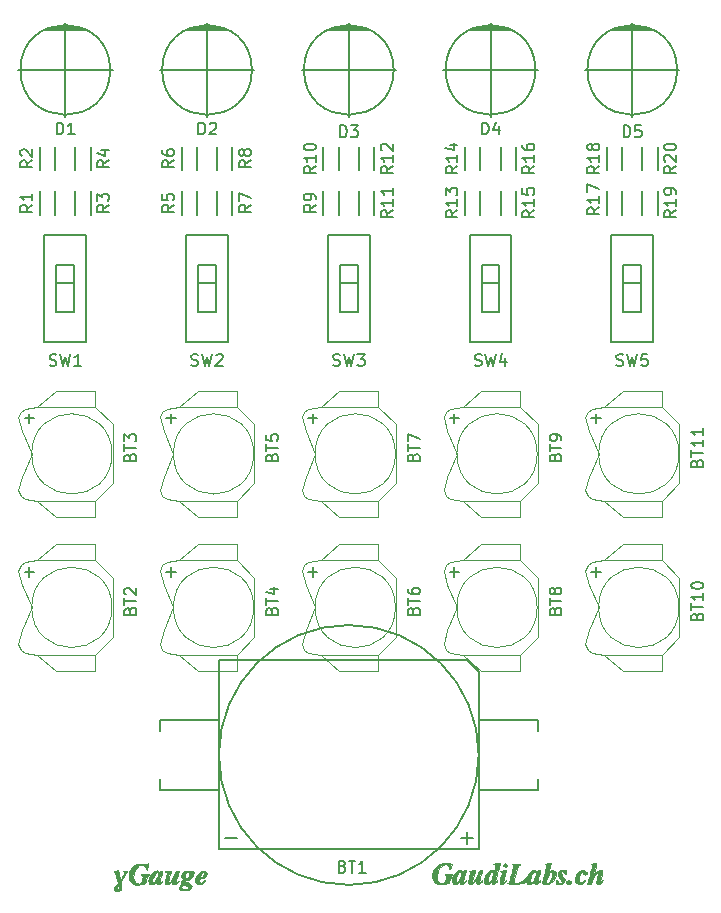
<source format=gbr>
G04 #@! TF.GenerationSoftware,KiCad,Pcbnew,no-vcs-found-e10f0c7~59~ubuntu14.04.1*
G04 #@! TF.CreationDate,2017-08-11T12:14:55+02:00*
G04 #@! TF.ProjectId,_Gauge,B347617567652E6B696361645F706362,rev?*
G04 #@! TF.SameCoordinates,Original*
G04 #@! TF.FileFunction,Legend,Top*
G04 #@! TF.FilePolarity,Positive*
%FSLAX46Y46*%
G04 Gerber Fmt 4.6, Leading zero omitted, Abs format (unit mm)*
G04 Created by KiCad (PCBNEW no-vcs-found-e10f0c7~59~ubuntu14.04.1) date Fri Aug 11 12:14:55 2017*
%MOMM*%
%LPD*%
G01*
G04 APERTURE LIST*
%ADD10C,0.100000*%
%ADD11C,0.150000*%
%ADD12C,0.010000*%
G04 APERTURE END LIST*
D10*
X79952229Y-102507053D02*
G75*
G03X79952229Y-102507053I-3400000J0D01*
G01*
X79998632Y-100007053D02*
X79998632Y-105007053D01*
X79998632Y-105007053D02*
X78498632Y-106507053D01*
X78498632Y-106507053D02*
X73633746Y-106507053D01*
X78498632Y-97157053D02*
X78498632Y-98507053D01*
X75193128Y-97157053D02*
X78498632Y-97157053D01*
X73633746Y-106507053D02*
X75193128Y-107857053D01*
X75193128Y-107857053D02*
X78498632Y-107857053D01*
X78498632Y-107857053D02*
X78498632Y-106507053D01*
X73633746Y-98507053D02*
X75193128Y-97157053D01*
X78498632Y-98507053D02*
X73633746Y-98507053D01*
X79998632Y-100007053D02*
X78498632Y-98507053D01*
X73633748Y-106507053D02*
X72574985Y-106348075D01*
X72574985Y-106348075D02*
X72218880Y-106093075D01*
X72218880Y-106093075D02*
X72022329Y-105597109D01*
X72022329Y-105597109D02*
X72342082Y-104436231D01*
X72342082Y-104436231D02*
X73152229Y-102507053D01*
X73633748Y-98507053D02*
X72574985Y-98666032D01*
X72574985Y-98666032D02*
X72218880Y-98921032D01*
X72218880Y-98921032D02*
X72022329Y-99416998D01*
X72022329Y-99416998D02*
X72342082Y-100577876D01*
X72342082Y-100577876D02*
X73152229Y-102507053D01*
D11*
X72550000Y-99500000D02*
X73350000Y-99500000D01*
X72950000Y-99900000D02*
X72950000Y-99100000D01*
X75250000Y-88000000D02*
X76750000Y-88000000D01*
X75250000Y-86500000D02*
X76750000Y-86500000D01*
X76750000Y-86500000D02*
X76750000Y-90500000D01*
X76750000Y-90500000D02*
X75250000Y-90500000D01*
X75250000Y-90500000D02*
X75250000Y-86500000D01*
X74225000Y-84000000D02*
X77775000Y-84000000D01*
X77775000Y-84000000D02*
X77775000Y-93000000D01*
X77775000Y-93000000D02*
X74225000Y-93000000D01*
X74225000Y-93000000D02*
X74225000Y-84000000D01*
X87250000Y-88000000D02*
X88750000Y-88000000D01*
X87250000Y-86500000D02*
X88750000Y-86500000D01*
X88750000Y-86500000D02*
X88750000Y-90500000D01*
X88750000Y-90500000D02*
X87250000Y-90500000D01*
X87250000Y-90500000D02*
X87250000Y-86500000D01*
X86225000Y-84000000D02*
X89775000Y-84000000D01*
X89775000Y-84000000D02*
X89775000Y-93000000D01*
X89775000Y-93000000D02*
X86225000Y-93000000D01*
X86225000Y-93000000D02*
X86225000Y-84000000D01*
X99250000Y-88000000D02*
X100750000Y-88000000D01*
X99250000Y-86500000D02*
X100750000Y-86500000D01*
X100750000Y-86500000D02*
X100750000Y-90500000D01*
X100750000Y-90500000D02*
X99250000Y-90500000D01*
X99250000Y-90500000D02*
X99250000Y-86500000D01*
X98225000Y-84000000D02*
X101775000Y-84000000D01*
X101775000Y-84000000D02*
X101775000Y-93000000D01*
X101775000Y-93000000D02*
X98225000Y-93000000D01*
X98225000Y-93000000D02*
X98225000Y-84000000D01*
X111250000Y-88000000D02*
X112750000Y-88000000D01*
X111250000Y-86500000D02*
X112750000Y-86500000D01*
X112750000Y-86500000D02*
X112750000Y-90500000D01*
X112750000Y-90500000D02*
X111250000Y-90500000D01*
X111250000Y-90500000D02*
X111250000Y-86500000D01*
X110225000Y-84000000D02*
X113775000Y-84000000D01*
X113775000Y-84000000D02*
X113775000Y-93000000D01*
X113775000Y-93000000D02*
X110225000Y-93000000D01*
X110225000Y-93000000D02*
X110225000Y-84000000D01*
X123250000Y-88000000D02*
X124750000Y-88000000D01*
X123250000Y-86500000D02*
X124750000Y-86500000D01*
X124750000Y-86500000D02*
X124750000Y-90500000D01*
X124750000Y-90500000D02*
X123250000Y-90500000D01*
X123250000Y-90500000D02*
X123250000Y-86500000D01*
X122225000Y-84000000D02*
X125775000Y-84000000D01*
X125775000Y-84000000D02*
X125775000Y-93000000D01*
X125775000Y-93000000D02*
X122225000Y-93000000D01*
X122225000Y-93000000D02*
X122225000Y-84000000D01*
X79800000Y-70000000D02*
G75*
G03X79800000Y-70000000I-3800000J0D01*
G01*
X76000000Y-66000000D02*
X76000000Y-74000000D01*
X72000000Y-70000000D02*
X80000000Y-70000000D01*
X74400000Y-66600000D02*
X77600000Y-66600000D01*
X77300000Y-66500000D02*
X74700000Y-66500000D01*
X75000000Y-66400000D02*
X77000000Y-66400000D01*
X76600000Y-66300000D02*
X75400000Y-66300000D01*
X89500000Y-135000000D02*
X90500000Y-135000000D01*
X109500000Y-135000000D02*
X110250000Y-135000000D01*
X110250000Y-135000000D02*
X110500000Y-135000000D01*
X110000000Y-134500000D02*
X110000000Y-135500000D01*
X116000000Y-130000000D02*
X116000000Y-131000000D01*
X116000000Y-131000000D02*
X111000000Y-131000000D01*
X111000000Y-125000000D02*
X116000000Y-125000000D01*
X116000000Y-125000000D02*
X116000000Y-126000000D01*
X84000000Y-130000000D02*
X84000000Y-131000000D01*
X84000000Y-131000000D02*
X89000000Y-131000000D01*
X84000000Y-126000000D02*
X84000000Y-125000000D01*
X84000000Y-125000000D02*
X89000000Y-125000000D01*
X111000000Y-128000000D02*
G75*
G03X111000000Y-128000000I-11000000J0D01*
G01*
X111000000Y-121000000D02*
X110000000Y-120000000D01*
X111000000Y-121000000D02*
X111000000Y-136000000D01*
X89000000Y-120000000D02*
X89000000Y-136000000D01*
X89000000Y-136000000D02*
X111000000Y-136000000D01*
X89000000Y-120000000D02*
X110000000Y-120000000D01*
X72950000Y-112900000D02*
X72950000Y-112100000D01*
X72550000Y-112500000D02*
X73350000Y-112500000D01*
D10*
X72342082Y-113577876D02*
X73152229Y-115507053D01*
X72022329Y-112416998D02*
X72342082Y-113577876D01*
X72218880Y-111921032D02*
X72022329Y-112416998D01*
X72574985Y-111666032D02*
X72218880Y-111921032D01*
X73633748Y-111507053D02*
X72574985Y-111666032D01*
X72342082Y-117436231D02*
X73152229Y-115507053D01*
X72022329Y-118597109D02*
X72342082Y-117436231D01*
X72218880Y-119093075D02*
X72022329Y-118597109D01*
X72574985Y-119348075D02*
X72218880Y-119093075D01*
X73633748Y-119507053D02*
X72574985Y-119348075D01*
X79998632Y-113007053D02*
X78498632Y-111507053D01*
X78498632Y-111507053D02*
X73633746Y-111507053D01*
X73633746Y-111507053D02*
X75193128Y-110157053D01*
X78498632Y-120857053D02*
X78498632Y-119507053D01*
X75193128Y-120857053D02*
X78498632Y-120857053D01*
X73633746Y-119507053D02*
X75193128Y-120857053D01*
X75193128Y-110157053D02*
X78498632Y-110157053D01*
X78498632Y-110157053D02*
X78498632Y-111507053D01*
X78498632Y-119507053D02*
X73633746Y-119507053D01*
X79998632Y-118007053D02*
X78498632Y-119507053D01*
X79998632Y-113007053D02*
X79998632Y-118007053D01*
X79952229Y-115507053D02*
G75*
G03X79952229Y-115507053I-3400000J0D01*
G01*
D11*
X84950000Y-112900000D02*
X84950000Y-112100000D01*
X84550000Y-112500000D02*
X85350000Y-112500000D01*
D10*
X84342082Y-113577876D02*
X85152229Y-115507053D01*
X84022329Y-112416998D02*
X84342082Y-113577876D01*
X84218880Y-111921032D02*
X84022329Y-112416998D01*
X84574985Y-111666032D02*
X84218880Y-111921032D01*
X85633748Y-111507053D02*
X84574985Y-111666032D01*
X84342082Y-117436231D02*
X85152229Y-115507053D01*
X84022329Y-118597109D02*
X84342082Y-117436231D01*
X84218880Y-119093075D02*
X84022329Y-118597109D01*
X84574985Y-119348075D02*
X84218880Y-119093075D01*
X85633748Y-119507053D02*
X84574985Y-119348075D01*
X91998632Y-113007053D02*
X90498632Y-111507053D01*
X90498632Y-111507053D02*
X85633746Y-111507053D01*
X85633746Y-111507053D02*
X87193128Y-110157053D01*
X90498632Y-120857053D02*
X90498632Y-119507053D01*
X87193128Y-120857053D02*
X90498632Y-120857053D01*
X85633746Y-119507053D02*
X87193128Y-120857053D01*
X87193128Y-110157053D02*
X90498632Y-110157053D01*
X90498632Y-110157053D02*
X90498632Y-111507053D01*
X90498632Y-119507053D02*
X85633746Y-119507053D01*
X91998632Y-118007053D02*
X90498632Y-119507053D01*
X91998632Y-113007053D02*
X91998632Y-118007053D01*
X91952229Y-115507053D02*
G75*
G03X91952229Y-115507053I-3400000J0D01*
G01*
D11*
X84950000Y-99900000D02*
X84950000Y-99100000D01*
X84550000Y-99500000D02*
X85350000Y-99500000D01*
D10*
X84342082Y-100577876D02*
X85152229Y-102507053D01*
X84022329Y-99416998D02*
X84342082Y-100577876D01*
X84218880Y-98921032D02*
X84022329Y-99416998D01*
X84574985Y-98666032D02*
X84218880Y-98921032D01*
X85633748Y-98507053D02*
X84574985Y-98666032D01*
X84342082Y-104436231D02*
X85152229Y-102507053D01*
X84022329Y-105597109D02*
X84342082Y-104436231D01*
X84218880Y-106093075D02*
X84022329Y-105597109D01*
X84574985Y-106348075D02*
X84218880Y-106093075D01*
X85633748Y-106507053D02*
X84574985Y-106348075D01*
X91998632Y-100007053D02*
X90498632Y-98507053D01*
X90498632Y-98507053D02*
X85633746Y-98507053D01*
X85633746Y-98507053D02*
X87193128Y-97157053D01*
X90498632Y-107857053D02*
X90498632Y-106507053D01*
X87193128Y-107857053D02*
X90498632Y-107857053D01*
X85633746Y-106507053D02*
X87193128Y-107857053D01*
X87193128Y-97157053D02*
X90498632Y-97157053D01*
X90498632Y-97157053D02*
X90498632Y-98507053D01*
X90498632Y-106507053D02*
X85633746Y-106507053D01*
X91998632Y-105007053D02*
X90498632Y-106507053D01*
X91998632Y-100007053D02*
X91998632Y-105007053D01*
X91952229Y-102507053D02*
G75*
G03X91952229Y-102507053I-3400000J0D01*
G01*
D11*
X96950000Y-112900000D02*
X96950000Y-112100000D01*
X96550000Y-112500000D02*
X97350000Y-112500000D01*
D10*
X96342082Y-113577876D02*
X97152229Y-115507053D01*
X96022329Y-112416998D02*
X96342082Y-113577876D01*
X96218880Y-111921032D02*
X96022329Y-112416998D01*
X96574985Y-111666032D02*
X96218880Y-111921032D01*
X97633748Y-111507053D02*
X96574985Y-111666032D01*
X96342082Y-117436231D02*
X97152229Y-115507053D01*
X96022329Y-118597109D02*
X96342082Y-117436231D01*
X96218880Y-119093075D02*
X96022329Y-118597109D01*
X96574985Y-119348075D02*
X96218880Y-119093075D01*
X97633748Y-119507053D02*
X96574985Y-119348075D01*
X103998632Y-113007053D02*
X102498632Y-111507053D01*
X102498632Y-111507053D02*
X97633746Y-111507053D01*
X97633746Y-111507053D02*
X99193128Y-110157053D01*
X102498632Y-120857053D02*
X102498632Y-119507053D01*
X99193128Y-120857053D02*
X102498632Y-120857053D01*
X97633746Y-119507053D02*
X99193128Y-120857053D01*
X99193128Y-110157053D02*
X102498632Y-110157053D01*
X102498632Y-110157053D02*
X102498632Y-111507053D01*
X102498632Y-119507053D02*
X97633746Y-119507053D01*
X103998632Y-118007053D02*
X102498632Y-119507053D01*
X103998632Y-113007053D02*
X103998632Y-118007053D01*
X103952229Y-115507053D02*
G75*
G03X103952229Y-115507053I-3400000J0D01*
G01*
D11*
X96950000Y-99900000D02*
X96950000Y-99100000D01*
X96550000Y-99500000D02*
X97350000Y-99500000D01*
D10*
X96342082Y-100577876D02*
X97152229Y-102507053D01*
X96022329Y-99416998D02*
X96342082Y-100577876D01*
X96218880Y-98921032D02*
X96022329Y-99416998D01*
X96574985Y-98666032D02*
X96218880Y-98921032D01*
X97633748Y-98507053D02*
X96574985Y-98666032D01*
X96342082Y-104436231D02*
X97152229Y-102507053D01*
X96022329Y-105597109D02*
X96342082Y-104436231D01*
X96218880Y-106093075D02*
X96022329Y-105597109D01*
X96574985Y-106348075D02*
X96218880Y-106093075D01*
X97633748Y-106507053D02*
X96574985Y-106348075D01*
X103998632Y-100007053D02*
X102498632Y-98507053D01*
X102498632Y-98507053D02*
X97633746Y-98507053D01*
X97633746Y-98507053D02*
X99193128Y-97157053D01*
X102498632Y-107857053D02*
X102498632Y-106507053D01*
X99193128Y-107857053D02*
X102498632Y-107857053D01*
X97633746Y-106507053D02*
X99193128Y-107857053D01*
X99193128Y-97157053D02*
X102498632Y-97157053D01*
X102498632Y-97157053D02*
X102498632Y-98507053D01*
X102498632Y-106507053D02*
X97633746Y-106507053D01*
X103998632Y-105007053D02*
X102498632Y-106507053D01*
X103998632Y-100007053D02*
X103998632Y-105007053D01*
X103952229Y-102507053D02*
G75*
G03X103952229Y-102507053I-3400000J0D01*
G01*
D11*
X108950000Y-112900000D02*
X108950000Y-112100000D01*
X108550000Y-112500000D02*
X109350000Y-112500000D01*
D10*
X108342082Y-113577876D02*
X109152229Y-115507053D01*
X108022329Y-112416998D02*
X108342082Y-113577876D01*
X108218880Y-111921032D02*
X108022329Y-112416998D01*
X108574985Y-111666032D02*
X108218880Y-111921032D01*
X109633748Y-111507053D02*
X108574985Y-111666032D01*
X108342082Y-117436231D02*
X109152229Y-115507053D01*
X108022329Y-118597109D02*
X108342082Y-117436231D01*
X108218880Y-119093075D02*
X108022329Y-118597109D01*
X108574985Y-119348075D02*
X108218880Y-119093075D01*
X109633748Y-119507053D02*
X108574985Y-119348075D01*
X115998632Y-113007053D02*
X114498632Y-111507053D01*
X114498632Y-111507053D02*
X109633746Y-111507053D01*
X109633746Y-111507053D02*
X111193128Y-110157053D01*
X114498632Y-120857053D02*
X114498632Y-119507053D01*
X111193128Y-120857053D02*
X114498632Y-120857053D01*
X109633746Y-119507053D02*
X111193128Y-120857053D01*
X111193128Y-110157053D02*
X114498632Y-110157053D01*
X114498632Y-110157053D02*
X114498632Y-111507053D01*
X114498632Y-119507053D02*
X109633746Y-119507053D01*
X115998632Y-118007053D02*
X114498632Y-119507053D01*
X115998632Y-113007053D02*
X115998632Y-118007053D01*
X115952229Y-115507053D02*
G75*
G03X115952229Y-115507053I-3400000J0D01*
G01*
X115952229Y-102507053D02*
G75*
G03X115952229Y-102507053I-3400000J0D01*
G01*
X115998632Y-100007053D02*
X115998632Y-105007053D01*
X115998632Y-105007053D02*
X114498632Y-106507053D01*
X114498632Y-106507053D02*
X109633746Y-106507053D01*
X114498632Y-97157053D02*
X114498632Y-98507053D01*
X111193128Y-97157053D02*
X114498632Y-97157053D01*
X109633746Y-106507053D02*
X111193128Y-107857053D01*
X111193128Y-107857053D02*
X114498632Y-107857053D01*
X114498632Y-107857053D02*
X114498632Y-106507053D01*
X109633746Y-98507053D02*
X111193128Y-97157053D01*
X114498632Y-98507053D02*
X109633746Y-98507053D01*
X115998632Y-100007053D02*
X114498632Y-98507053D01*
X109633748Y-106507053D02*
X108574985Y-106348075D01*
X108574985Y-106348075D02*
X108218880Y-106093075D01*
X108218880Y-106093075D02*
X108022329Y-105597109D01*
X108022329Y-105597109D02*
X108342082Y-104436231D01*
X108342082Y-104436231D02*
X109152229Y-102507053D01*
X109633748Y-98507053D02*
X108574985Y-98666032D01*
X108574985Y-98666032D02*
X108218880Y-98921032D01*
X108218880Y-98921032D02*
X108022329Y-99416998D01*
X108022329Y-99416998D02*
X108342082Y-100577876D01*
X108342082Y-100577876D02*
X109152229Y-102507053D01*
D11*
X108550000Y-99500000D02*
X109350000Y-99500000D01*
X108950000Y-99900000D02*
X108950000Y-99100000D01*
X120950000Y-112900000D02*
X120950000Y-112100000D01*
X120550000Y-112500000D02*
X121350000Y-112500000D01*
D10*
X120342082Y-113577876D02*
X121152229Y-115507053D01*
X120022329Y-112416998D02*
X120342082Y-113577876D01*
X120218880Y-111921032D02*
X120022329Y-112416998D01*
X120574985Y-111666032D02*
X120218880Y-111921032D01*
X121633748Y-111507053D02*
X120574985Y-111666032D01*
X120342082Y-117436231D02*
X121152229Y-115507053D01*
X120022329Y-118597109D02*
X120342082Y-117436231D01*
X120218880Y-119093075D02*
X120022329Y-118597109D01*
X120574985Y-119348075D02*
X120218880Y-119093075D01*
X121633748Y-119507053D02*
X120574985Y-119348075D01*
X127998632Y-113007053D02*
X126498632Y-111507053D01*
X126498632Y-111507053D02*
X121633746Y-111507053D01*
X121633746Y-111507053D02*
X123193128Y-110157053D01*
X126498632Y-120857053D02*
X126498632Y-119507053D01*
X123193128Y-120857053D02*
X126498632Y-120857053D01*
X121633746Y-119507053D02*
X123193128Y-120857053D01*
X123193128Y-110157053D02*
X126498632Y-110157053D01*
X126498632Y-110157053D02*
X126498632Y-111507053D01*
X126498632Y-119507053D02*
X121633746Y-119507053D01*
X127998632Y-118007053D02*
X126498632Y-119507053D01*
X127998632Y-113007053D02*
X127998632Y-118007053D01*
X127952229Y-115507053D02*
G75*
G03X127952229Y-115507053I-3400000J0D01*
G01*
X127952229Y-102507053D02*
G75*
G03X127952229Y-102507053I-3400000J0D01*
G01*
X127998632Y-100007053D02*
X127998632Y-105007053D01*
X127998632Y-105007053D02*
X126498632Y-106507053D01*
X126498632Y-106507053D02*
X121633746Y-106507053D01*
X126498632Y-97157053D02*
X126498632Y-98507053D01*
X123193128Y-97157053D02*
X126498632Y-97157053D01*
X121633746Y-106507053D02*
X123193128Y-107857053D01*
X123193128Y-107857053D02*
X126498632Y-107857053D01*
X126498632Y-107857053D02*
X126498632Y-106507053D01*
X121633746Y-98507053D02*
X123193128Y-97157053D01*
X126498632Y-98507053D02*
X121633746Y-98507053D01*
X127998632Y-100007053D02*
X126498632Y-98507053D01*
X121633748Y-106507053D02*
X120574985Y-106348075D01*
X120574985Y-106348075D02*
X120218880Y-106093075D01*
X120218880Y-106093075D02*
X120022329Y-105597109D01*
X120022329Y-105597109D02*
X120342082Y-104436231D01*
X120342082Y-104436231D02*
X121152229Y-102507053D01*
X121633748Y-98507053D02*
X120574985Y-98666032D01*
X120574985Y-98666032D02*
X120218880Y-98921032D01*
X120218880Y-98921032D02*
X120022329Y-99416998D01*
X120022329Y-99416998D02*
X120342082Y-100577876D01*
X120342082Y-100577876D02*
X121152229Y-102507053D01*
D11*
X120550000Y-99500000D02*
X121350000Y-99500000D01*
X120950000Y-99900000D02*
X120950000Y-99100000D01*
X91800000Y-70000000D02*
G75*
G03X91800000Y-70000000I-3800000J0D01*
G01*
X88000000Y-66000000D02*
X88000000Y-74000000D01*
X84000000Y-70000000D02*
X92000000Y-70000000D01*
X86400000Y-66600000D02*
X89600000Y-66600000D01*
X89300000Y-66500000D02*
X86700000Y-66500000D01*
X87000000Y-66400000D02*
X89000000Y-66400000D01*
X88600000Y-66300000D02*
X87400000Y-66300000D01*
X100600000Y-66300000D02*
X99400000Y-66300000D01*
X99000000Y-66400000D02*
X101000000Y-66400000D01*
X101300000Y-66500000D02*
X98700000Y-66500000D01*
X98400000Y-66600000D02*
X101600000Y-66600000D01*
X96000000Y-70000000D02*
X104000000Y-70000000D01*
X100000000Y-66000000D02*
X100000000Y-74000000D01*
X103800000Y-70000000D02*
G75*
G03X103800000Y-70000000I-3800000J0D01*
G01*
X112600000Y-66300000D02*
X111400000Y-66300000D01*
X111000000Y-66400000D02*
X113000000Y-66400000D01*
X113300000Y-66500000D02*
X110700000Y-66500000D01*
X110400000Y-66600000D02*
X113600000Y-66600000D01*
X108000000Y-70000000D02*
X116000000Y-70000000D01*
X112000000Y-66000000D02*
X112000000Y-74000000D01*
X115800000Y-70000000D02*
G75*
G03X115800000Y-70000000I-3800000J0D01*
G01*
X127800000Y-70000000D02*
G75*
G03X127800000Y-70000000I-3800000J0D01*
G01*
X124000000Y-66000000D02*
X124000000Y-74000000D01*
X120000000Y-70000000D02*
X128000000Y-70000000D01*
X122400000Y-66600000D02*
X125600000Y-66600000D01*
X125300000Y-66500000D02*
X122700000Y-66500000D01*
X123000000Y-66400000D02*
X125000000Y-66400000D01*
X124600000Y-66300000D02*
X123400000Y-66300000D01*
X73850000Y-78500000D02*
X73850000Y-76500000D01*
X75150000Y-78500000D02*
X75150000Y-76500000D01*
X78150000Y-82250000D02*
X78150000Y-80250000D01*
X76850000Y-82250000D02*
X76850000Y-80250000D01*
X78150000Y-78500000D02*
X78150000Y-76500000D01*
X76850000Y-78500000D02*
X76850000Y-76500000D01*
X87150000Y-82250000D02*
X87150000Y-80250000D01*
X85850000Y-82250000D02*
X85850000Y-80250000D01*
X75150000Y-82250000D02*
X75150000Y-80250000D01*
X73850000Y-82250000D02*
X73850000Y-80250000D01*
D12*
G36*
X113341938Y-137212535D02*
X113407375Y-137278256D01*
X113407108Y-137363651D01*
X113384644Y-137399694D01*
X113301679Y-137453094D01*
X113199949Y-137465673D01*
X113117097Y-137436630D01*
X113094367Y-137405869D01*
X113078546Y-137285218D01*
X113132371Y-137208203D01*
X113225521Y-137186239D01*
X113341938Y-137212535D01*
X113341938Y-137212535D01*
G37*
X113341938Y-137212535D02*
X113407375Y-137278256D01*
X113407108Y-137363651D01*
X113384644Y-137399694D01*
X113301679Y-137453094D01*
X113199949Y-137465673D01*
X113117097Y-137436630D01*
X113094367Y-137405869D01*
X113078546Y-137285218D01*
X113132371Y-137208203D01*
X113225521Y-137186239D01*
X113341938Y-137212535D01*
G36*
X114454692Y-137216992D02*
X114508860Y-137225941D01*
X114509546Y-137242841D01*
X114467865Y-137269855D01*
X114457195Y-137275701D01*
X114367668Y-137352542D01*
X114301016Y-137483394D01*
X114274395Y-137567040D01*
X114166414Y-137951937D01*
X114083053Y-138258109D01*
X114023255Y-138489784D01*
X113985965Y-138651192D01*
X113970126Y-138746563D01*
X113972035Y-138777914D01*
X114031835Y-138804628D01*
X114147637Y-138813683D01*
X114290676Y-138806261D01*
X114432183Y-138783544D01*
X114524789Y-138755220D01*
X114647035Y-138681528D01*
X114766700Y-138575776D01*
X114785692Y-138554383D01*
X114863005Y-138472801D01*
X114917060Y-138434477D01*
X114927427Y-138435347D01*
X114929231Y-138486346D01*
X114909035Y-138591872D01*
X114888571Y-138668748D01*
X114827140Y-138879572D01*
X114101162Y-138891492D01*
X113798370Y-138894024D01*
X113581407Y-138890237D01*
X113449493Y-138880095D01*
X113401845Y-138863561D01*
X113402675Y-138858927D01*
X113466422Y-138817388D01*
X113489366Y-138814444D01*
X113541234Y-138777286D01*
X113589418Y-138686506D01*
X113593909Y-138673333D01*
X113629480Y-138555813D01*
X113677044Y-138389325D01*
X113731784Y-138191864D01*
X113788883Y-137981423D01*
X113843524Y-137775998D01*
X113890889Y-137593582D01*
X113926162Y-137452169D01*
X113944524Y-137369754D01*
X113946068Y-137357866D01*
X113910040Y-137310553D01*
X113826667Y-137264368D01*
X113785554Y-137242930D01*
X113797606Y-137228647D01*
X113872212Y-137220026D01*
X114018760Y-137215574D01*
X114141453Y-137214306D01*
X114335928Y-137213834D01*
X114454692Y-137216992D01*
X114454692Y-137216992D01*
G37*
X114454692Y-137216992D02*
X114508860Y-137225941D01*
X114509546Y-137242841D01*
X114467865Y-137269855D01*
X114457195Y-137275701D01*
X114367668Y-137352542D01*
X114301016Y-137483394D01*
X114274395Y-137567040D01*
X114166414Y-137951937D01*
X114083053Y-138258109D01*
X114023255Y-138489784D01*
X113985965Y-138651192D01*
X113970126Y-138746563D01*
X113972035Y-138777914D01*
X114031835Y-138804628D01*
X114147637Y-138813683D01*
X114290676Y-138806261D01*
X114432183Y-138783544D01*
X114524789Y-138755220D01*
X114647035Y-138681528D01*
X114766700Y-138575776D01*
X114785692Y-138554383D01*
X114863005Y-138472801D01*
X114917060Y-138434477D01*
X114927427Y-138435347D01*
X114929231Y-138486346D01*
X114909035Y-138591872D01*
X114888571Y-138668748D01*
X114827140Y-138879572D01*
X114101162Y-138891492D01*
X113798370Y-138894024D01*
X113581407Y-138890237D01*
X113449493Y-138880095D01*
X113401845Y-138863561D01*
X113402675Y-138858927D01*
X113466422Y-138817388D01*
X113489366Y-138814444D01*
X113541234Y-138777286D01*
X113589418Y-138686506D01*
X113593909Y-138673333D01*
X113629480Y-138555813D01*
X113677044Y-138389325D01*
X113731784Y-138191864D01*
X113788883Y-137981423D01*
X113843524Y-137775998D01*
X113890889Y-137593582D01*
X113926162Y-137452169D01*
X113944524Y-137369754D01*
X113946068Y-137357866D01*
X113910040Y-137310553D01*
X113826667Y-137264368D01*
X113785554Y-137242930D01*
X113797606Y-137228647D01*
X113872212Y-137220026D01*
X114018760Y-137215574D01*
X114141453Y-137214306D01*
X114335928Y-137213834D01*
X114454692Y-137216992D01*
G36*
X120962859Y-137163500D02*
X120967126Y-137220296D01*
X120947526Y-137323846D01*
X120904732Y-137486250D01*
X120839418Y-137719606D01*
X120832973Y-137742658D01*
X120726057Y-138125401D01*
X120937963Y-137927188D01*
X121112102Y-137789379D01*
X121255346Y-137731403D01*
X121369569Y-137752674D01*
X121405419Y-137781077D01*
X121446418Y-137856766D01*
X121451744Y-137974634D01*
X121420287Y-138146282D01*
X121350936Y-138383310D01*
X121346467Y-138397045D01*
X121298101Y-138556321D01*
X121266739Y-138682125D01*
X121257359Y-138753525D01*
X121259801Y-138761453D01*
X121303912Y-138751577D01*
X121380109Y-138695423D01*
X121392564Y-138684027D01*
X121463631Y-138627735D01*
X121499786Y-138619583D01*
X121500940Y-138624683D01*
X121472111Y-138677835D01*
X121399087Y-138763833D01*
X121354260Y-138809321D01*
X121235336Y-138905154D01*
X121130898Y-138938705D01*
X121082893Y-138937240D01*
X120999772Y-138912158D01*
X120954823Y-138852857D01*
X120947309Y-138748132D01*
X120976491Y-138586778D01*
X121041632Y-138357589D01*
X121044191Y-138349363D01*
X121093053Y-138183289D01*
X121126528Y-138050886D01*
X121139831Y-137972067D01*
X121137942Y-137959366D01*
X121073028Y-137947269D01*
X120985145Y-138002038D01*
X120884680Y-138110363D01*
X120782022Y-138258934D01*
X120687557Y-138434443D01*
X120611674Y-138623580D01*
X120606126Y-138640769D01*
X120550313Y-138798946D01*
X120496166Y-138890272D01*
X120426398Y-138932637D01*
X120323724Y-138943936D01*
X120313132Y-138944036D01*
X120223702Y-138930131D01*
X120211044Y-138887477D01*
X120245243Y-138784399D01*
X120291399Y-138625955D01*
X120345478Y-138428236D01*
X120403443Y-138207332D01*
X120461259Y-137979330D01*
X120514889Y-137760322D01*
X120560298Y-137566395D01*
X120593450Y-137413641D01*
X120610309Y-137318147D01*
X120610641Y-137294441D01*
X120548628Y-137255107D01*
X120510600Y-137248615D01*
X120473414Y-137238590D01*
X120505019Y-137217948D01*
X120588871Y-137192174D01*
X120708428Y-137166749D01*
X120800112Y-137152660D01*
X120880026Y-137141781D01*
X120934050Y-137141361D01*
X120962859Y-137163500D01*
X120962859Y-137163500D01*
G37*
X120962859Y-137163500D02*
X120967126Y-137220296D01*
X120947526Y-137323846D01*
X120904732Y-137486250D01*
X120839418Y-137719606D01*
X120832973Y-137742658D01*
X120726057Y-138125401D01*
X120937963Y-137927188D01*
X121112102Y-137789379D01*
X121255346Y-137731403D01*
X121369569Y-137752674D01*
X121405419Y-137781077D01*
X121446418Y-137856766D01*
X121451744Y-137974634D01*
X121420287Y-138146282D01*
X121350936Y-138383310D01*
X121346467Y-138397045D01*
X121298101Y-138556321D01*
X121266739Y-138682125D01*
X121257359Y-138753525D01*
X121259801Y-138761453D01*
X121303912Y-138751577D01*
X121380109Y-138695423D01*
X121392564Y-138684027D01*
X121463631Y-138627735D01*
X121499786Y-138619583D01*
X121500940Y-138624683D01*
X121472111Y-138677835D01*
X121399087Y-138763833D01*
X121354260Y-138809321D01*
X121235336Y-138905154D01*
X121130898Y-138938705D01*
X121082893Y-138937240D01*
X120999772Y-138912158D01*
X120954823Y-138852857D01*
X120947309Y-138748132D01*
X120976491Y-138586778D01*
X121041632Y-138357589D01*
X121044191Y-138349363D01*
X121093053Y-138183289D01*
X121126528Y-138050886D01*
X121139831Y-137972067D01*
X121137942Y-137959366D01*
X121073028Y-137947269D01*
X120985145Y-138002038D01*
X120884680Y-138110363D01*
X120782022Y-138258934D01*
X120687557Y-138434443D01*
X120611674Y-138623580D01*
X120606126Y-138640769D01*
X120550313Y-138798946D01*
X120496166Y-138890272D01*
X120426398Y-138932637D01*
X120323724Y-138943936D01*
X120313132Y-138944036D01*
X120223702Y-138930131D01*
X120211044Y-138887477D01*
X120245243Y-138784399D01*
X120291399Y-138625955D01*
X120345478Y-138428236D01*
X120403443Y-138207332D01*
X120461259Y-137979330D01*
X120514889Y-137760322D01*
X120560298Y-137566395D01*
X120593450Y-137413641D01*
X120610309Y-137318147D01*
X120610641Y-137294441D01*
X120548628Y-137255107D01*
X120510600Y-137248615D01*
X120473414Y-137238590D01*
X120505019Y-137217948D01*
X120588871Y-137192174D01*
X120708428Y-137166749D01*
X120800112Y-137152660D01*
X120880026Y-137141781D01*
X120934050Y-137141361D01*
X120962859Y-137163500D01*
G36*
X120041110Y-137785133D02*
X120125837Y-137890865D01*
X120138452Y-137929638D01*
X120135529Y-138044785D01*
X120075751Y-138118994D01*
X119980067Y-138133717D01*
X119929079Y-138115042D01*
X119871218Y-138060084D01*
X119868335Y-137968523D01*
X119873398Y-137943049D01*
X119882364Y-137848635D01*
X119849059Y-137816295D01*
X119840335Y-137815812D01*
X119744358Y-137855569D01*
X119651262Y-137960478D01*
X119568872Y-138108993D01*
X119505012Y-138279570D01*
X119467507Y-138450661D01*
X119464181Y-138600723D01*
X119502859Y-138708210D01*
X119512359Y-138718923D01*
X119616003Y-138767920D01*
X119739063Y-138745240D01*
X119849768Y-138663817D01*
X119933475Y-138595048D01*
X119988437Y-138583241D01*
X119998481Y-138624166D01*
X119962429Y-138693286D01*
X119816994Y-138842533D01*
X119647481Y-138924328D01*
X119471757Y-138935593D01*
X119307688Y-138873250D01*
X119239822Y-138817784D01*
X119147172Y-138693503D01*
X119117150Y-138557300D01*
X119149338Y-138391822D01*
X119225258Y-138215265D01*
X119355034Y-138005123D01*
X119508303Y-137863485D01*
X119705444Y-137772074D01*
X119726776Y-137765463D01*
X119904528Y-137741913D01*
X120041110Y-137785133D01*
X120041110Y-137785133D01*
G37*
X120041110Y-137785133D02*
X120125837Y-137890865D01*
X120138452Y-137929638D01*
X120135529Y-138044785D01*
X120075751Y-138118994D01*
X119980067Y-138133717D01*
X119929079Y-138115042D01*
X119871218Y-138060084D01*
X119868335Y-137968523D01*
X119873398Y-137943049D01*
X119882364Y-137848635D01*
X119849059Y-137816295D01*
X119840335Y-137815812D01*
X119744358Y-137855569D01*
X119651262Y-137960478D01*
X119568872Y-138108993D01*
X119505012Y-138279570D01*
X119467507Y-138450661D01*
X119464181Y-138600723D01*
X119502859Y-138708210D01*
X119512359Y-138718923D01*
X119616003Y-138767920D01*
X119739063Y-138745240D01*
X119849768Y-138663817D01*
X119933475Y-138595048D01*
X119988437Y-138583241D01*
X119998481Y-138624166D01*
X119962429Y-138693286D01*
X119816994Y-138842533D01*
X119647481Y-138924328D01*
X119471757Y-138935593D01*
X119307688Y-138873250D01*
X119239822Y-138817784D01*
X119147172Y-138693503D01*
X119117150Y-138557300D01*
X119149338Y-138391822D01*
X119225258Y-138215265D01*
X119355034Y-138005123D01*
X119508303Y-137863485D01*
X119705444Y-137772074D01*
X119726776Y-137765463D01*
X119904528Y-137741913D01*
X120041110Y-137785133D01*
G36*
X118646726Y-138578747D02*
X118726620Y-138635669D01*
X118794441Y-138704613D01*
X118798542Y-138773333D01*
X118775780Y-138831053D01*
X118709880Y-138918235D01*
X118602891Y-138944585D01*
X118591880Y-138944701D01*
X118480269Y-138922183D01*
X118412410Y-138840479D01*
X118407981Y-138831053D01*
X118379895Y-138742069D01*
X118409058Y-138678586D01*
X118457141Y-138635669D01*
X118539673Y-138577147D01*
X118591880Y-138553931D01*
X118646726Y-138578747D01*
X118646726Y-138578747D01*
G37*
X118646726Y-138578747D02*
X118726620Y-138635669D01*
X118794441Y-138704613D01*
X118798542Y-138773333D01*
X118775780Y-138831053D01*
X118709880Y-138918235D01*
X118602891Y-138944585D01*
X118591880Y-138944701D01*
X118480269Y-138922183D01*
X118412410Y-138840479D01*
X118407981Y-138831053D01*
X118379895Y-138742069D01*
X118409058Y-138678586D01*
X118457141Y-138635669D01*
X118539673Y-138577147D01*
X118591880Y-138553931D01*
X118646726Y-138578747D01*
G36*
X118398960Y-137769281D02*
X118394005Y-137887238D01*
X118387992Y-137936045D01*
X118361746Y-138066978D01*
X118328071Y-138112166D01*
X118284494Y-138072558D01*
X118245128Y-137990931D01*
X118172316Y-137882892D01*
X118077509Y-137826345D01*
X117986101Y-137836255D01*
X117984406Y-137837281D01*
X117942370Y-137909427D01*
X117961250Y-138025070D01*
X118037307Y-138169738D01*
X118088338Y-138239383D01*
X118214549Y-138425955D01*
X118267749Y-138580470D01*
X118250926Y-138712881D01*
X118238488Y-138739352D01*
X118162039Y-138848646D01*
X118062756Y-138909996D01*
X117917472Y-138933369D01*
X117788502Y-138932958D01*
X117527858Y-138923376D01*
X117543430Y-138760091D01*
X117567259Y-138626999D01*
X117604335Y-138578895D01*
X117653226Y-138616263D01*
X117699509Y-138707125D01*
X117752655Y-138810101D01*
X117811970Y-138849869D01*
X117884982Y-138849986D01*
X117986596Y-138813164D01*
X118014652Y-138733777D01*
X117969126Y-138610589D01*
X117877756Y-138477157D01*
X117740478Y-138263592D01*
X117684251Y-138079607D01*
X117709100Y-137925638D01*
X117815052Y-137802125D01*
X117837053Y-137786833D01*
X117933148Y-137740801D01*
X118037022Y-137740042D01*
X118116493Y-137757983D01*
X118254701Y-137780925D01*
X118328551Y-137757842D01*
X118377736Y-137727930D01*
X118398960Y-137769281D01*
X118398960Y-137769281D01*
G37*
X118398960Y-137769281D02*
X118394005Y-137887238D01*
X118387992Y-137936045D01*
X118361746Y-138066978D01*
X118328071Y-138112166D01*
X118284494Y-138072558D01*
X118245128Y-137990931D01*
X118172316Y-137882892D01*
X118077509Y-137826345D01*
X117986101Y-137836255D01*
X117984406Y-137837281D01*
X117942370Y-137909427D01*
X117961250Y-138025070D01*
X118037307Y-138169738D01*
X118088338Y-138239383D01*
X118214549Y-138425955D01*
X118267749Y-138580470D01*
X118250926Y-138712881D01*
X118238488Y-138739352D01*
X118162039Y-138848646D01*
X118062756Y-138909996D01*
X117917472Y-138933369D01*
X117788502Y-138932958D01*
X117527858Y-138923376D01*
X117543430Y-138760091D01*
X117567259Y-138626999D01*
X117604335Y-138578895D01*
X117653226Y-138616263D01*
X117699509Y-138707125D01*
X117752655Y-138810101D01*
X117811970Y-138849869D01*
X117884982Y-138849986D01*
X117986596Y-138813164D01*
X118014652Y-138733777D01*
X117969126Y-138610589D01*
X117877756Y-138477157D01*
X117740478Y-138263592D01*
X117684251Y-138079607D01*
X117709100Y-137925638D01*
X117815052Y-137802125D01*
X117837053Y-137786833D01*
X117933148Y-137740801D01*
X118037022Y-137740042D01*
X118116493Y-137757983D01*
X118254701Y-137780925D01*
X118328551Y-137757842D01*
X118377736Y-137727930D01*
X118398960Y-137769281D01*
G36*
X117110340Y-137142711D02*
X117115641Y-137149997D01*
X117104311Y-137206276D01*
X117074615Y-137322417D01*
X117032992Y-137475063D01*
X116985884Y-137640858D01*
X116939731Y-137796445D01*
X116918921Y-137863438D01*
X116902819Y-137922938D01*
X116917366Y-137931778D01*
X116976792Y-137887669D01*
X117026471Y-137846146D01*
X117167511Y-137753408D01*
X117288549Y-137738907D01*
X117406825Y-137802430D01*
X117448684Y-137840976D01*
X117517427Y-137922273D01*
X117543353Y-138004553D01*
X117536797Y-138126182D01*
X117533088Y-138154321D01*
X117456910Y-138404962D01*
X117306073Y-138636117D01*
X117135927Y-138796764D01*
X116974450Y-138884349D01*
X116787908Y-138932597D01*
X116605960Y-138937942D01*
X116458264Y-138896818D01*
X116433383Y-138881231D01*
X116366308Y-138810104D01*
X116367181Y-138788738D01*
X116689491Y-138788738D01*
X116700615Y-138842414D01*
X116745401Y-138857439D01*
X116764474Y-138857863D01*
X116860874Y-138828293D01*
X116945809Y-138767182D01*
X117042059Y-138644379D01*
X117116060Y-138499301D01*
X117167154Y-138345478D01*
X117194682Y-138196440D01*
X117197986Y-138065716D01*
X117176408Y-137966838D01*
X117129289Y-137913334D01*
X117055971Y-137918737D01*
X116984677Y-137968418D01*
X116911379Y-138068681D01*
X116834890Y-138228505D01*
X116765625Y-138421684D01*
X116713997Y-138622013D01*
X116704532Y-138673333D01*
X116689491Y-138788738D01*
X116367181Y-138788738D01*
X116369711Y-138726837D01*
X116373824Y-138715402D01*
X116416041Y-138591551D01*
X116469130Y-138417678D01*
X116527890Y-138213117D01*
X116587120Y-137997203D01*
X116641619Y-137789270D01*
X116686185Y-137608653D01*
X116715618Y-137474686D01*
X116724872Y-137410394D01*
X116698975Y-137310678D01*
X116652671Y-137258695D01*
X116605671Y-137224379D01*
X116638688Y-137202032D01*
X116663526Y-137194582D01*
X116799038Y-137163016D01*
X116935710Y-137142169D01*
X117047994Y-137134561D01*
X117110340Y-137142711D01*
X117110340Y-137142711D01*
G37*
X117110340Y-137142711D02*
X117115641Y-137149997D01*
X117104311Y-137206276D01*
X117074615Y-137322417D01*
X117032992Y-137475063D01*
X116985884Y-137640858D01*
X116939731Y-137796445D01*
X116918921Y-137863438D01*
X116902819Y-137922938D01*
X116917366Y-137931778D01*
X116976792Y-137887669D01*
X117026471Y-137846146D01*
X117167511Y-137753408D01*
X117288549Y-137738907D01*
X117406825Y-137802430D01*
X117448684Y-137840976D01*
X117517427Y-137922273D01*
X117543353Y-138004553D01*
X117536797Y-138126182D01*
X117533088Y-138154321D01*
X117456910Y-138404962D01*
X117306073Y-138636117D01*
X117135927Y-138796764D01*
X116974450Y-138884349D01*
X116787908Y-138932597D01*
X116605960Y-138937942D01*
X116458264Y-138896818D01*
X116433383Y-138881231D01*
X116366308Y-138810104D01*
X116367181Y-138788738D01*
X116689491Y-138788738D01*
X116700615Y-138842414D01*
X116745401Y-138857439D01*
X116764474Y-138857863D01*
X116860874Y-138828293D01*
X116945809Y-138767182D01*
X117042059Y-138644379D01*
X117116060Y-138499301D01*
X117167154Y-138345478D01*
X117194682Y-138196440D01*
X117197986Y-138065716D01*
X117176408Y-137966838D01*
X117129289Y-137913334D01*
X117055971Y-137918737D01*
X116984677Y-137968418D01*
X116911379Y-138068681D01*
X116834890Y-138228505D01*
X116765625Y-138421684D01*
X116713997Y-138622013D01*
X116704532Y-138673333D01*
X116689491Y-138788738D01*
X116367181Y-138788738D01*
X116369711Y-138726837D01*
X116373824Y-138715402D01*
X116416041Y-138591551D01*
X116469130Y-138417678D01*
X116527890Y-138213117D01*
X116587120Y-137997203D01*
X116641619Y-137789270D01*
X116686185Y-137608653D01*
X116715618Y-137474686D01*
X116724872Y-137410394D01*
X116698975Y-137310678D01*
X116652671Y-137258695D01*
X116605671Y-137224379D01*
X116638688Y-137202032D01*
X116663526Y-137194582D01*
X116799038Y-137163016D01*
X116935710Y-137142169D01*
X117047994Y-137134561D01*
X117110340Y-137142711D01*
G36*
X115805955Y-137762167D02*
X115847450Y-137799820D01*
X115901810Y-137849501D01*
X115930224Y-137826666D01*
X115977168Y-137792965D01*
X116062845Y-137774553D01*
X116149916Y-137774396D01*
X116201042Y-137795454D01*
X116203840Y-137804957D01*
X116191731Y-137858877D01*
X116159497Y-137973979D01*
X116113269Y-138128674D01*
X116095945Y-138184872D01*
X116045064Y-138363490D01*
X116006921Y-138525553D01*
X115988242Y-138641671D01*
X115987404Y-138659192D01*
X115986752Y-138786162D01*
X116095128Y-138684349D01*
X116183886Y-138614003D01*
X116225420Y-138605737D01*
X116218621Y-138648054D01*
X116162383Y-138729453D01*
X116105430Y-138791288D01*
X115969233Y-138896495D01*
X115845483Y-138937371D01*
X115748247Y-138914990D01*
X115691590Y-138830425D01*
X115682820Y-138759002D01*
X115673716Y-138717594D01*
X115636974Y-138730059D01*
X115558450Y-138801910D01*
X115549224Y-138811104D01*
X115400897Y-138918797D01*
X115258925Y-138942896D01*
X115129545Y-138883213D01*
X115074275Y-138825425D01*
X115007855Y-138672590D01*
X115011844Y-138575339D01*
X115335470Y-138575339D01*
X115348860Y-138710054D01*
X115393724Y-138765254D01*
X115477107Y-138744237D01*
X115565668Y-138683200D01*
X115643235Y-138593292D01*
X115723133Y-138456195D01*
X115766908Y-138355930D01*
X115836349Y-138133471D01*
X115853681Y-137977536D01*
X115819075Y-137889120D01*
X115732704Y-137869217D01*
X115684722Y-137880337D01*
X115617319Y-137935933D01*
X115537327Y-138050192D01*
X115457068Y-138198587D01*
X115388868Y-138356593D01*
X115345051Y-138499686D01*
X115335470Y-138575339D01*
X115011844Y-138575339D01*
X115015669Y-138482089D01*
X115097065Y-138260215D01*
X115141477Y-138178593D01*
X115267628Y-138003231D01*
X115411529Y-137866193D01*
X115558802Y-137775194D01*
X115695070Y-137737948D01*
X115805955Y-137762167D01*
X115805955Y-137762167D01*
G37*
X115805955Y-137762167D02*
X115847450Y-137799820D01*
X115901810Y-137849501D01*
X115930224Y-137826666D01*
X115977168Y-137792965D01*
X116062845Y-137774553D01*
X116149916Y-137774396D01*
X116201042Y-137795454D01*
X116203840Y-137804957D01*
X116191731Y-137858877D01*
X116159497Y-137973979D01*
X116113269Y-138128674D01*
X116095945Y-138184872D01*
X116045064Y-138363490D01*
X116006921Y-138525553D01*
X115988242Y-138641671D01*
X115987404Y-138659192D01*
X115986752Y-138786162D01*
X116095128Y-138684349D01*
X116183886Y-138614003D01*
X116225420Y-138605737D01*
X116218621Y-138648054D01*
X116162383Y-138729453D01*
X116105430Y-138791288D01*
X115969233Y-138896495D01*
X115845483Y-138937371D01*
X115748247Y-138914990D01*
X115691590Y-138830425D01*
X115682820Y-138759002D01*
X115673716Y-138717594D01*
X115636974Y-138730059D01*
X115558450Y-138801910D01*
X115549224Y-138811104D01*
X115400897Y-138918797D01*
X115258925Y-138942896D01*
X115129545Y-138883213D01*
X115074275Y-138825425D01*
X115007855Y-138672590D01*
X115011844Y-138575339D01*
X115335470Y-138575339D01*
X115348860Y-138710054D01*
X115393724Y-138765254D01*
X115477107Y-138744237D01*
X115565668Y-138683200D01*
X115643235Y-138593292D01*
X115723133Y-138456195D01*
X115766908Y-138355930D01*
X115836349Y-138133471D01*
X115853681Y-137977536D01*
X115819075Y-137889120D01*
X115732704Y-137869217D01*
X115684722Y-137880337D01*
X115617319Y-137935933D01*
X115537327Y-138050192D01*
X115457068Y-138198587D01*
X115388868Y-138356593D01*
X115345051Y-138499686D01*
X115335470Y-138575339D01*
X115011844Y-138575339D01*
X115015669Y-138482089D01*
X115097065Y-138260215D01*
X115141477Y-138178593D01*
X115267628Y-138003231D01*
X115411529Y-137866193D01*
X115558802Y-137775194D01*
X115695070Y-137737948D01*
X115805955Y-137762167D01*
G36*
X113285508Y-137747798D02*
X113294747Y-137783106D01*
X113282995Y-137864746D01*
X113248603Y-138005750D01*
X113202922Y-138172773D01*
X113151160Y-138365581D01*
X113109839Y-138533838D01*
X113084053Y-138655930D01*
X113077963Y-138703166D01*
X113085101Y-138748962D01*
X113117555Y-138742374D01*
X113191208Y-138678432D01*
X113207949Y-138662478D01*
X113294425Y-138590155D01*
X113332757Y-138579025D01*
X113324226Y-138618885D01*
X113270116Y-138699531D01*
X113191967Y-138789643D01*
X113058764Y-138898440D01*
X112932655Y-138943973D01*
X112829369Y-138923274D01*
X112778979Y-138867614D01*
X112766222Y-138787784D01*
X112785881Y-138648360D01*
X112839356Y-138439681D01*
X112842580Y-138428507D01*
X112902753Y-138211000D01*
X112935015Y-138061008D01*
X112939552Y-137963879D01*
X112916548Y-137904960D01*
X112866189Y-137869600D01*
X112849743Y-137862874D01*
X112804901Y-137839655D01*
X112823256Y-137821696D01*
X112914626Y-137803457D01*
X112969145Y-137795495D01*
X113110149Y-137773946D01*
X113222658Y-137753609D01*
X113256924Y-137745789D01*
X113285508Y-137747798D01*
X113285508Y-137747798D01*
G37*
X113285508Y-137747798D02*
X113294747Y-137783106D01*
X113282995Y-137864746D01*
X113248603Y-138005750D01*
X113202922Y-138172773D01*
X113151160Y-138365581D01*
X113109839Y-138533838D01*
X113084053Y-138655930D01*
X113077963Y-138703166D01*
X113085101Y-138748962D01*
X113117555Y-138742374D01*
X113191208Y-138678432D01*
X113207949Y-138662478D01*
X113294425Y-138590155D01*
X113332757Y-138579025D01*
X113324226Y-138618885D01*
X113270116Y-138699531D01*
X113191967Y-138789643D01*
X113058764Y-138898440D01*
X112932655Y-138943973D01*
X112829369Y-138923274D01*
X112778979Y-138867614D01*
X112766222Y-138787784D01*
X112785881Y-138648360D01*
X112839356Y-138439681D01*
X112842580Y-138428507D01*
X112902753Y-138211000D01*
X112935015Y-138061008D01*
X112939552Y-137963879D01*
X112916548Y-137904960D01*
X112866189Y-137869600D01*
X112849743Y-137862874D01*
X112804901Y-137839655D01*
X112823256Y-137821696D01*
X112914626Y-137803457D01*
X112969145Y-137795495D01*
X113110149Y-137773946D01*
X113222658Y-137753609D01*
X113256924Y-137745789D01*
X113285508Y-137747798D01*
G36*
X112784371Y-137159540D02*
X112801860Y-137184493D01*
X112800455Y-137188906D01*
X112781812Y-137249526D01*
X112746062Y-137375429D01*
X112698414Y-137547981D01*
X112646261Y-137740424D01*
X112584023Y-137966046D01*
X112520036Y-138187915D01*
X112462771Y-138377156D01*
X112428183Y-138483649D01*
X112384161Y-138622425D01*
X112372189Y-138697643D01*
X112390691Y-138725807D01*
X112404882Y-138727607D01*
X112474395Y-138693669D01*
X112507834Y-138651985D01*
X112555264Y-138604551D01*
X112583006Y-138609217D01*
X112574725Y-138656130D01*
X112517265Y-138739548D01*
X112467371Y-138795271D01*
X112335724Y-138901942D01*
X112220786Y-138941143D01*
X112134509Y-138912656D01*
X112088847Y-138816261D01*
X112086899Y-138802226D01*
X112073029Y-138681461D01*
X111950077Y-138813081D01*
X111812900Y-138916950D01*
X111674604Y-138947379D01*
X111551785Y-138903581D01*
X111488162Y-138835008D01*
X111437487Y-138684290D01*
X111439246Y-138644565D01*
X111750265Y-138644565D01*
X111794523Y-138725719D01*
X111872687Y-138738565D01*
X111970346Y-138678973D01*
X112048223Y-138583477D01*
X112104282Y-138472711D01*
X112159150Y-138324003D01*
X112204957Y-138165348D01*
X112233837Y-138024740D01*
X112237922Y-137930173D01*
X112234975Y-137918994D01*
X112175604Y-137870602D01*
X112113174Y-137867040D01*
X112038681Y-137914557D01*
X111953086Y-138023944D01*
X111868731Y-138173455D01*
X111797958Y-138341346D01*
X111754327Y-138499234D01*
X111750265Y-138644565D01*
X111439246Y-138644565D01*
X111445739Y-138497938D01*
X111505309Y-138296118D01*
X111608588Y-138098997D01*
X111747967Y-137926742D01*
X111867973Y-137828392D01*
X111983575Y-137759346D01*
X112066490Y-137737116D01*
X112151628Y-137754008D01*
X112171960Y-137761391D01*
X112243903Y-137787209D01*
X112288798Y-137786643D01*
X112320017Y-137744492D01*
X112350936Y-137645552D01*
X112382791Y-137521733D01*
X112410011Y-137370697D01*
X112393503Y-137284823D01*
X112330050Y-137252465D01*
X112308064Y-137251367D01*
X112247619Y-137244857D01*
X112259474Y-137228322D01*
X112330313Y-137206252D01*
X112446821Y-137183141D01*
X112555491Y-137167904D01*
X112706325Y-137154360D01*
X112784371Y-137159540D01*
X112784371Y-137159540D01*
G37*
X112784371Y-137159540D02*
X112801860Y-137184493D01*
X112800455Y-137188906D01*
X112781812Y-137249526D01*
X112746062Y-137375429D01*
X112698414Y-137547981D01*
X112646261Y-137740424D01*
X112584023Y-137966046D01*
X112520036Y-138187915D01*
X112462771Y-138377156D01*
X112428183Y-138483649D01*
X112384161Y-138622425D01*
X112372189Y-138697643D01*
X112390691Y-138725807D01*
X112404882Y-138727607D01*
X112474395Y-138693669D01*
X112507834Y-138651985D01*
X112555264Y-138604551D01*
X112583006Y-138609217D01*
X112574725Y-138656130D01*
X112517265Y-138739548D01*
X112467371Y-138795271D01*
X112335724Y-138901942D01*
X112220786Y-138941143D01*
X112134509Y-138912656D01*
X112088847Y-138816261D01*
X112086899Y-138802226D01*
X112073029Y-138681461D01*
X111950077Y-138813081D01*
X111812900Y-138916950D01*
X111674604Y-138947379D01*
X111551785Y-138903581D01*
X111488162Y-138835008D01*
X111437487Y-138684290D01*
X111439246Y-138644565D01*
X111750265Y-138644565D01*
X111794523Y-138725719D01*
X111872687Y-138738565D01*
X111970346Y-138678973D01*
X112048223Y-138583477D01*
X112104282Y-138472711D01*
X112159150Y-138324003D01*
X112204957Y-138165348D01*
X112233837Y-138024740D01*
X112237922Y-137930173D01*
X112234975Y-137918994D01*
X112175604Y-137870602D01*
X112113174Y-137867040D01*
X112038681Y-137914557D01*
X111953086Y-138023944D01*
X111868731Y-138173455D01*
X111797958Y-138341346D01*
X111754327Y-138499234D01*
X111750265Y-138644565D01*
X111439246Y-138644565D01*
X111445739Y-138497938D01*
X111505309Y-138296118D01*
X111608588Y-138098997D01*
X111747967Y-137926742D01*
X111867973Y-137828392D01*
X111983575Y-137759346D01*
X112066490Y-137737116D01*
X112151628Y-137754008D01*
X112171960Y-137761391D01*
X112243903Y-137787209D01*
X112288798Y-137786643D01*
X112320017Y-137744492D01*
X112350936Y-137645552D01*
X112382791Y-137521733D01*
X112410011Y-137370697D01*
X112393503Y-137284823D01*
X112330050Y-137252465D01*
X112308064Y-137251367D01*
X112247619Y-137244857D01*
X112259474Y-137228322D01*
X112330313Y-137206252D01*
X112446821Y-137183141D01*
X112555491Y-137167904D01*
X112706325Y-137154360D01*
X112784371Y-137159540D01*
G36*
X110677227Y-137785022D02*
X110672153Y-137803260D01*
X110568235Y-138141234D01*
X110494148Y-138402059D01*
X110449707Y-138590071D01*
X110434730Y-138709607D01*
X110449030Y-138765004D01*
X110492423Y-138760596D01*
X110564726Y-138700721D01*
X110637290Y-138622618D01*
X110739450Y-138473478D01*
X110841714Y-138268082D01*
X110930601Y-138035943D01*
X110975316Y-137882709D01*
X111011102Y-137805235D01*
X111084805Y-137775452D01*
X111150262Y-137772393D01*
X111248892Y-137776832D01*
X111296683Y-137787701D01*
X111297521Y-137789529D01*
X111285743Y-137836596D01*
X111254901Y-137943247D01*
X111212828Y-138082606D01*
X111139994Y-138333503D01*
X111090330Y-138534067D01*
X111065958Y-138674309D01*
X111069003Y-138744241D01*
X111071448Y-138747573D01*
X111115795Y-138738212D01*
X111190590Y-138682592D01*
X111196437Y-138677177D01*
X111280696Y-138609747D01*
X111316780Y-138603874D01*
X111304661Y-138648848D01*
X111244312Y-138733960D01*
X111196714Y-138787510D01*
X111064329Y-138893858D01*
X110937189Y-138939850D01*
X110830973Y-138928739D01*
X110761361Y-138863773D01*
X110744030Y-138748204D01*
X110753416Y-138695606D01*
X110765768Y-138633606D01*
X110752798Y-138621434D01*
X110703484Y-138664159D01*
X110612969Y-138760171D01*
X110488516Y-138878411D01*
X110384403Y-138934747D01*
X110312795Y-138944701D01*
X110210902Y-138935866D01*
X110154159Y-138915755D01*
X110127792Y-138836245D01*
X110130780Y-138691386D01*
X110161544Y-138496969D01*
X110218505Y-138268784D01*
X110219025Y-138266993D01*
X110265225Y-138103954D01*
X110287293Y-138003568D01*
X110285844Y-137945251D01*
X110261490Y-137908417D01*
X110230428Y-137883872D01*
X110185695Y-137844545D01*
X110199574Y-137821071D01*
X110284177Y-137801651D01*
X110321146Y-137795502D01*
X110460897Y-137771686D01*
X110580544Y-137749494D01*
X110595430Y-137746485D01*
X110667744Y-137742664D01*
X110677227Y-137785022D01*
X110677227Y-137785022D01*
G37*
X110677227Y-137785022D02*
X110672153Y-137803260D01*
X110568235Y-138141234D01*
X110494148Y-138402059D01*
X110449707Y-138590071D01*
X110434730Y-138709607D01*
X110449030Y-138765004D01*
X110492423Y-138760596D01*
X110564726Y-138700721D01*
X110637290Y-138622618D01*
X110739450Y-138473478D01*
X110841714Y-138268082D01*
X110930601Y-138035943D01*
X110975316Y-137882709D01*
X111011102Y-137805235D01*
X111084805Y-137775452D01*
X111150262Y-137772393D01*
X111248892Y-137776832D01*
X111296683Y-137787701D01*
X111297521Y-137789529D01*
X111285743Y-137836596D01*
X111254901Y-137943247D01*
X111212828Y-138082606D01*
X111139994Y-138333503D01*
X111090330Y-138534067D01*
X111065958Y-138674309D01*
X111069003Y-138744241D01*
X111071448Y-138747573D01*
X111115795Y-138738212D01*
X111190590Y-138682592D01*
X111196437Y-138677177D01*
X111280696Y-138609747D01*
X111316780Y-138603874D01*
X111304661Y-138648848D01*
X111244312Y-138733960D01*
X111196714Y-138787510D01*
X111064329Y-138893858D01*
X110937189Y-138939850D01*
X110830973Y-138928739D01*
X110761361Y-138863773D01*
X110744030Y-138748204D01*
X110753416Y-138695606D01*
X110765768Y-138633606D01*
X110752798Y-138621434D01*
X110703484Y-138664159D01*
X110612969Y-138760171D01*
X110488516Y-138878411D01*
X110384403Y-138934747D01*
X110312795Y-138944701D01*
X110210902Y-138935866D01*
X110154159Y-138915755D01*
X110127792Y-138836245D01*
X110130780Y-138691386D01*
X110161544Y-138496969D01*
X110218505Y-138268784D01*
X110219025Y-138266993D01*
X110265225Y-138103954D01*
X110287293Y-138003568D01*
X110285844Y-137945251D01*
X110261490Y-137908417D01*
X110230428Y-137883872D01*
X110185695Y-137844545D01*
X110199574Y-137821071D01*
X110284177Y-137801651D01*
X110321146Y-137795502D01*
X110460897Y-137771686D01*
X110580544Y-137749494D01*
X110595430Y-137746485D01*
X110667744Y-137742664D01*
X110677227Y-137785022D01*
G36*
X109562519Y-137795686D02*
X109624901Y-137836937D01*
X109647607Y-137822541D01*
X109685954Y-137788563D01*
X109781476Y-137772625D01*
X109796211Y-137772393D01*
X109944816Y-137772393D01*
X109842360Y-138104465D01*
X109788526Y-138288908D01*
X109742216Y-138465254D01*
X109712679Y-138598073D01*
X109710985Y-138607707D01*
X109695929Y-138714899D01*
X109705833Y-138754177D01*
X109748843Y-138742822D01*
X109769600Y-138732029D01*
X109847935Y-138672065D01*
X109876682Y-138630412D01*
X109914112Y-138599861D01*
X109931772Y-138608855D01*
X109925065Y-138655914D01*
X109868684Y-138739357D01*
X109818824Y-138795271D01*
X109681571Y-138902758D01*
X109556657Y-138936175D01*
X109455027Y-138894589D01*
X109408319Y-138830340D01*
X109362404Y-138737689D01*
X109242071Y-138841195D01*
X109099515Y-138923022D01*
X108954212Y-138938920D01*
X108830955Y-138887514D01*
X108807669Y-138865299D01*
X108741394Y-138738843D01*
X108733804Y-138623828D01*
X109052824Y-138623828D01*
X109080372Y-138702536D01*
X109143050Y-138760716D01*
X109204289Y-138753802D01*
X109263708Y-138713498D01*
X109360620Y-138601931D01*
X109447962Y-138436809D01*
X109511463Y-138251285D01*
X109536842Y-138079019D01*
X109532686Y-137955791D01*
X109510498Y-137897084D01*
X109461169Y-137881040D01*
X109454287Y-137880940D01*
X109364607Y-137920058D01*
X109270577Y-138022625D01*
X109182291Y-138166464D01*
X109109841Y-138329396D01*
X109063321Y-138489244D01*
X109052824Y-138623828D01*
X108733804Y-138623828D01*
X108731109Y-138582995D01*
X108767782Y-138410551D01*
X108842382Y-138234310D01*
X108945878Y-138067068D01*
X109069237Y-137921623D01*
X109203429Y-137810773D01*
X109339423Y-137747314D01*
X109468186Y-137744045D01*
X109562519Y-137795686D01*
X109562519Y-137795686D01*
G37*
X109562519Y-137795686D02*
X109624901Y-137836937D01*
X109647607Y-137822541D01*
X109685954Y-137788563D01*
X109781476Y-137772625D01*
X109796211Y-137772393D01*
X109944816Y-137772393D01*
X109842360Y-138104465D01*
X109788526Y-138288908D01*
X109742216Y-138465254D01*
X109712679Y-138598073D01*
X109710985Y-138607707D01*
X109695929Y-138714899D01*
X109705833Y-138754177D01*
X109748843Y-138742822D01*
X109769600Y-138732029D01*
X109847935Y-138672065D01*
X109876682Y-138630412D01*
X109914112Y-138599861D01*
X109931772Y-138608855D01*
X109925065Y-138655914D01*
X109868684Y-138739357D01*
X109818824Y-138795271D01*
X109681571Y-138902758D01*
X109556657Y-138936175D01*
X109455027Y-138894589D01*
X109408319Y-138830340D01*
X109362404Y-138737689D01*
X109242071Y-138841195D01*
X109099515Y-138923022D01*
X108954212Y-138938920D01*
X108830955Y-138887514D01*
X108807669Y-138865299D01*
X108741394Y-138738843D01*
X108733804Y-138623828D01*
X109052824Y-138623828D01*
X109080372Y-138702536D01*
X109143050Y-138760716D01*
X109204289Y-138753802D01*
X109263708Y-138713498D01*
X109360620Y-138601931D01*
X109447962Y-138436809D01*
X109511463Y-138251285D01*
X109536842Y-138079019D01*
X109532686Y-137955791D01*
X109510498Y-137897084D01*
X109461169Y-137881040D01*
X109454287Y-137880940D01*
X109364607Y-137920058D01*
X109270577Y-138022625D01*
X109182291Y-138166464D01*
X109109841Y-138329396D01*
X109063321Y-138489244D01*
X109052824Y-138623828D01*
X108733804Y-138623828D01*
X108731109Y-138582995D01*
X108767782Y-138410551D01*
X108842382Y-138234310D01*
X108945878Y-138067068D01*
X109069237Y-137921623D01*
X109203429Y-137810773D01*
X109339423Y-137747314D01*
X109468186Y-137744045D01*
X109562519Y-137795686D01*
G36*
X108343605Y-137170673D02*
X108507006Y-137182098D01*
X108634785Y-137202224D01*
X108707407Y-137230494D01*
X108716315Y-137251367D01*
X108658556Y-137451525D01*
X108617400Y-137581140D01*
X108587817Y-137653769D01*
X108564780Y-137682971D01*
X108555264Y-137685555D01*
X108527225Y-137648542D01*
X108518718Y-137582864D01*
X108492235Y-137476616D01*
X108428729Y-137365770D01*
X108304199Y-137270378D01*
X108149253Y-137246605D01*
X107981870Y-137293966D01*
X107852720Y-137381308D01*
X107674537Y-137593992D01*
X107558605Y-137865132D01*
X107504396Y-138196143D01*
X107499892Y-138329727D01*
X107501384Y-138510979D01*
X107511008Y-138627242D01*
X107533709Y-138700304D01*
X107574430Y-138751954D01*
X107600878Y-138774770D01*
X107715595Y-138830151D01*
X107863330Y-138856486D01*
X108002747Y-138849386D01*
X108069701Y-138824528D01*
X108101663Y-138771743D01*
X108144586Y-138661756D01*
X108189951Y-138521986D01*
X108229238Y-138379857D01*
X108253929Y-138262789D01*
X108258205Y-138217803D01*
X108223542Y-138169540D01*
X108160513Y-138129317D01*
X108128078Y-138106387D01*
X108152117Y-138091816D01*
X108242378Y-138083858D01*
X108408610Y-138080762D01*
X108431880Y-138080644D01*
X108608239Y-138081519D01*
X108710053Y-138087590D01*
X108749570Y-138101267D01*
X108739038Y-138124961D01*
X108723276Y-138137995D01*
X108672624Y-138208038D01*
X108614447Y-138335074D01*
X108561331Y-138491619D01*
X108561270Y-138491834D01*
X108514913Y-138642344D01*
X108473043Y-138758290D01*
X108444407Y-138815559D01*
X108443549Y-138816388D01*
X108321789Y-138880261D01*
X108142037Y-138922086D01*
X107930550Y-138940851D01*
X107713589Y-138935546D01*
X107517410Y-138905159D01*
X107383459Y-138857208D01*
X107220658Y-138724753D01*
X107107679Y-138536393D01*
X107054414Y-138313339D01*
X107056833Y-138156927D01*
X107129542Y-137865952D01*
X107268524Y-137603987D01*
X107461579Y-137388098D01*
X107696507Y-137235351D01*
X107724441Y-137223111D01*
X107834999Y-137194168D01*
X107988068Y-137176151D01*
X108164114Y-137168505D01*
X108343605Y-137170673D01*
X108343605Y-137170673D01*
G37*
X108343605Y-137170673D02*
X108507006Y-137182098D01*
X108634785Y-137202224D01*
X108707407Y-137230494D01*
X108716315Y-137251367D01*
X108658556Y-137451525D01*
X108617400Y-137581140D01*
X108587817Y-137653769D01*
X108564780Y-137682971D01*
X108555264Y-137685555D01*
X108527225Y-137648542D01*
X108518718Y-137582864D01*
X108492235Y-137476616D01*
X108428729Y-137365770D01*
X108304199Y-137270378D01*
X108149253Y-137246605D01*
X107981870Y-137293966D01*
X107852720Y-137381308D01*
X107674537Y-137593992D01*
X107558605Y-137865132D01*
X107504396Y-138196143D01*
X107499892Y-138329727D01*
X107501384Y-138510979D01*
X107511008Y-138627242D01*
X107533709Y-138700304D01*
X107574430Y-138751954D01*
X107600878Y-138774770D01*
X107715595Y-138830151D01*
X107863330Y-138856486D01*
X108002747Y-138849386D01*
X108069701Y-138824528D01*
X108101663Y-138771743D01*
X108144586Y-138661756D01*
X108189951Y-138521986D01*
X108229238Y-138379857D01*
X108253929Y-138262789D01*
X108258205Y-138217803D01*
X108223542Y-138169540D01*
X108160513Y-138129317D01*
X108128078Y-138106387D01*
X108152117Y-138091816D01*
X108242378Y-138083858D01*
X108408610Y-138080762D01*
X108431880Y-138080644D01*
X108608239Y-138081519D01*
X108710053Y-138087590D01*
X108749570Y-138101267D01*
X108739038Y-138124961D01*
X108723276Y-138137995D01*
X108672624Y-138208038D01*
X108614447Y-138335074D01*
X108561331Y-138491619D01*
X108561270Y-138491834D01*
X108514913Y-138642344D01*
X108473043Y-138758290D01*
X108444407Y-138815559D01*
X108443549Y-138816388D01*
X108321789Y-138880261D01*
X108142037Y-138922086D01*
X107930550Y-138940851D01*
X107713589Y-138935546D01*
X107517410Y-138905159D01*
X107383459Y-138857208D01*
X107220658Y-138724753D01*
X107107679Y-138536393D01*
X107054414Y-138313339D01*
X107056833Y-138156927D01*
X107129542Y-137865952D01*
X107268524Y-137603987D01*
X107461579Y-137388098D01*
X107696507Y-137235351D01*
X107724441Y-137223111D01*
X107834999Y-137194168D01*
X107988068Y-137176151D01*
X108164114Y-137168505D01*
X108343605Y-137170673D01*
G36*
X87808280Y-137791754D02*
X87856399Y-137809425D01*
X87934685Y-137887336D01*
X87962358Y-138007430D01*
X87937442Y-138139956D01*
X87884196Y-138228290D01*
X87793741Y-138303648D01*
X87663381Y-138380795D01*
X87528629Y-138441379D01*
X87424996Y-138467053D01*
X87422061Y-138467094D01*
X87355233Y-138502585D01*
X87331477Y-138593275D01*
X87353904Y-138706274D01*
X87419715Y-138794605D01*
X87513687Y-138804918D01*
X87625870Y-138737227D01*
X87657692Y-138705897D01*
X87759572Y-138617080D01*
X87819894Y-138598709D01*
X87829704Y-138640748D01*
X87780050Y-138733158D01*
X87733675Y-138791079D01*
X87581757Y-138903913D01*
X87391735Y-138956536D01*
X87266923Y-138953326D01*
X87111541Y-138893503D01*
X87015276Y-138775616D01*
X86981228Y-138607956D01*
X87012497Y-138398812D01*
X87023407Y-138365072D01*
X87353760Y-138365072D01*
X87385100Y-138376101D01*
X87459732Y-138351918D01*
X87548574Y-138305300D01*
X87622548Y-138249023D01*
X87626048Y-138245441D01*
X87695153Y-138144471D01*
X87728605Y-138038144D01*
X87728740Y-137945478D01*
X87697895Y-137885488D01*
X87638406Y-137877192D01*
X87584730Y-137909151D01*
X87535139Y-137973681D01*
X87471159Y-138084497D01*
X87409049Y-138209503D01*
X87365071Y-138316599D01*
X87353760Y-138365072D01*
X87023407Y-138365072D01*
X87034338Y-138331271D01*
X87139208Y-138127342D01*
X87285252Y-137961134D01*
X87456255Y-137842938D01*
X87636002Y-137783047D01*
X87808280Y-137791754D01*
X87808280Y-137791754D01*
G37*
X87808280Y-137791754D02*
X87856399Y-137809425D01*
X87934685Y-137887336D01*
X87962358Y-138007430D01*
X87937442Y-138139956D01*
X87884196Y-138228290D01*
X87793741Y-138303648D01*
X87663381Y-138380795D01*
X87528629Y-138441379D01*
X87424996Y-138467053D01*
X87422061Y-138467094D01*
X87355233Y-138502585D01*
X87331477Y-138593275D01*
X87353904Y-138706274D01*
X87419715Y-138794605D01*
X87513687Y-138804918D01*
X87625870Y-138737227D01*
X87657692Y-138705897D01*
X87759572Y-138617080D01*
X87819894Y-138598709D01*
X87829704Y-138640748D01*
X87780050Y-138733158D01*
X87733675Y-138791079D01*
X87581757Y-138903913D01*
X87391735Y-138956536D01*
X87266923Y-138953326D01*
X87111541Y-138893503D01*
X87015276Y-138775616D01*
X86981228Y-138607956D01*
X87012497Y-138398812D01*
X87023407Y-138365072D01*
X87353760Y-138365072D01*
X87385100Y-138376101D01*
X87459732Y-138351918D01*
X87548574Y-138305300D01*
X87622548Y-138249023D01*
X87626048Y-138245441D01*
X87695153Y-138144471D01*
X87728605Y-138038144D01*
X87728740Y-137945478D01*
X87697895Y-137885488D01*
X87638406Y-137877192D01*
X87584730Y-137909151D01*
X87535139Y-137973681D01*
X87471159Y-138084497D01*
X87409049Y-138209503D01*
X87365071Y-138316599D01*
X87353760Y-138365072D01*
X87023407Y-138365072D01*
X87034338Y-138331271D01*
X87139208Y-138127342D01*
X87285252Y-137961134D01*
X87456255Y-137842938D01*
X87636002Y-137783047D01*
X87808280Y-137791754D01*
G36*
X84945400Y-137811140D02*
X84963572Y-137871907D01*
X84932148Y-137990846D01*
X84905801Y-138064591D01*
X84816253Y-138326001D01*
X84757940Y-138533598D01*
X84732309Y-138680336D01*
X84740807Y-138759166D01*
X84760693Y-138771025D01*
X84834854Y-138771025D01*
X84893012Y-138733001D01*
X84969650Y-138630740D01*
X85054545Y-138481966D01*
X85137474Y-138304398D01*
X85201972Y-138134639D01*
X85255645Y-137980860D01*
X85298208Y-137891045D01*
X85345419Y-137846579D01*
X85413033Y-137828848D01*
X85465173Y-137823701D01*
X85569462Y-137819786D01*
X85606562Y-137838621D01*
X85595361Y-137888829D01*
X85558255Y-137993090D01*
X85509183Y-138151410D01*
X85456791Y-138333495D01*
X85409723Y-138509047D01*
X85376624Y-138647771D01*
X85371510Y-138673333D01*
X85367330Y-138780607D01*
X85402537Y-138812681D01*
X85468093Y-138766439D01*
X85505000Y-138719372D01*
X85563164Y-138659577D01*
X85601708Y-138654415D01*
X85596846Y-138702937D01*
X85541510Y-138779449D01*
X85456402Y-138862193D01*
X85362224Y-138929414D01*
X85321088Y-138949314D01*
X85185818Y-138960550D01*
X85131560Y-138940504D01*
X85072001Y-138889333D01*
X85059161Y-138806447D01*
X85067042Y-138742044D01*
X85091519Y-138591212D01*
X84930930Y-138765043D01*
X84785415Y-138899223D01*
X84656896Y-138961420D01*
X84528445Y-138959583D01*
X84520713Y-138957697D01*
X84450207Y-138909912D01*
X84421859Y-138808593D01*
X84435550Y-138646755D01*
X84491160Y-138417414D01*
X84510333Y-138352856D01*
X84557466Y-138184859D01*
X84587127Y-138051478D01*
X84595488Y-137971683D01*
X84590084Y-137957641D01*
X84510470Y-137918143D01*
X84453717Y-137872329D01*
X84445958Y-137845876D01*
X84496958Y-137832169D01*
X84607672Y-137815442D01*
X84716068Y-137803234D01*
X84866582Y-137793323D01*
X84945400Y-137811140D01*
X84945400Y-137811140D01*
G37*
X84945400Y-137811140D02*
X84963572Y-137871907D01*
X84932148Y-137990846D01*
X84905801Y-138064591D01*
X84816253Y-138326001D01*
X84757940Y-138533598D01*
X84732309Y-138680336D01*
X84740807Y-138759166D01*
X84760693Y-138771025D01*
X84834854Y-138771025D01*
X84893012Y-138733001D01*
X84969650Y-138630740D01*
X85054545Y-138481966D01*
X85137474Y-138304398D01*
X85201972Y-138134639D01*
X85255645Y-137980860D01*
X85298208Y-137891045D01*
X85345419Y-137846579D01*
X85413033Y-137828848D01*
X85465173Y-137823701D01*
X85569462Y-137819786D01*
X85606562Y-137838621D01*
X85595361Y-137888829D01*
X85558255Y-137993090D01*
X85509183Y-138151410D01*
X85456791Y-138333495D01*
X85409723Y-138509047D01*
X85376624Y-138647771D01*
X85371510Y-138673333D01*
X85367330Y-138780607D01*
X85402537Y-138812681D01*
X85468093Y-138766439D01*
X85505000Y-138719372D01*
X85563164Y-138659577D01*
X85601708Y-138654415D01*
X85596846Y-138702937D01*
X85541510Y-138779449D01*
X85456402Y-138862193D01*
X85362224Y-138929414D01*
X85321088Y-138949314D01*
X85185818Y-138960550D01*
X85131560Y-138940504D01*
X85072001Y-138889333D01*
X85059161Y-138806447D01*
X85067042Y-138742044D01*
X85091519Y-138591212D01*
X84930930Y-138765043D01*
X84785415Y-138899223D01*
X84656896Y-138961420D01*
X84528445Y-138959583D01*
X84520713Y-138957697D01*
X84450207Y-138909912D01*
X84421859Y-138808593D01*
X84435550Y-138646755D01*
X84491160Y-138417414D01*
X84510333Y-138352856D01*
X84557466Y-138184859D01*
X84587127Y-138051478D01*
X84595488Y-137971683D01*
X84590084Y-137957641D01*
X84510470Y-137918143D01*
X84453717Y-137872329D01*
X84445958Y-137845876D01*
X84496958Y-137832169D01*
X84607672Y-137815442D01*
X84716068Y-137803234D01*
X84866582Y-137793323D01*
X84945400Y-137811140D01*
G36*
X83842868Y-137811660D02*
X83870479Y-137842240D01*
X83925335Y-137892573D01*
X83953985Y-137870085D01*
X84002302Y-137834175D01*
X84088568Y-137817519D01*
X84175365Y-137821722D01*
X84225274Y-137848388D01*
X84227606Y-137858352D01*
X84213771Y-137923629D01*
X84179410Y-138032763D01*
X84168126Y-138064591D01*
X84093698Y-138283265D01*
X84035681Y-138480932D01*
X83998274Y-138640756D01*
X83985675Y-138745898D01*
X83991049Y-138774659D01*
X84039991Y-138782986D01*
X84123640Y-138723303D01*
X84197847Y-138667329D01*
X84224903Y-138675006D01*
X84202951Y-138735897D01*
X84141746Y-138825050D01*
X84033190Y-138920133D01*
X83913981Y-138961938D01*
X83805631Y-138951653D01*
X83729651Y-138890467D01*
X83706581Y-138801005D01*
X83701911Y-138746987D01*
X83675661Y-138746086D01*
X83609466Y-138801550D01*
X83587179Y-138822141D01*
X83432313Y-138929749D01*
X83271404Y-138961144D01*
X83202359Y-138954693D01*
X83115619Y-138902907D01*
X83045343Y-138797184D01*
X83012347Y-138670318D01*
X83011880Y-138654618D01*
X83020996Y-138602913D01*
X83359230Y-138602913D01*
X83378485Y-138735734D01*
X83430947Y-138793954D01*
X83508663Y-138779433D01*
X83603680Y-138694032D01*
X83708046Y-138539613D01*
X83719727Y-138518547D01*
X83782935Y-138369235D01*
X83824401Y-138206174D01*
X83841137Y-138053831D01*
X83830155Y-137936674D01*
X83797270Y-137883321D01*
X83733728Y-137889777D01*
X83652374Y-137960162D01*
X83564168Y-138076470D01*
X83480069Y-138220698D01*
X83411038Y-138374842D01*
X83368034Y-138520896D01*
X83359230Y-138602913D01*
X83020996Y-138602913D01*
X83044266Y-138470944D01*
X83130970Y-138274490D01*
X83256305Y-138086486D01*
X83404589Y-137928160D01*
X83560136Y-137820741D01*
X83651115Y-137789425D01*
X83769452Y-137779282D01*
X83842868Y-137811660D01*
X83842868Y-137811660D01*
G37*
X83842868Y-137811660D02*
X83870479Y-137842240D01*
X83925335Y-137892573D01*
X83953985Y-137870085D01*
X84002302Y-137834175D01*
X84088568Y-137817519D01*
X84175365Y-137821722D01*
X84225274Y-137848388D01*
X84227606Y-137858352D01*
X84213771Y-137923629D01*
X84179410Y-138032763D01*
X84168126Y-138064591D01*
X84093698Y-138283265D01*
X84035681Y-138480932D01*
X83998274Y-138640756D01*
X83985675Y-138745898D01*
X83991049Y-138774659D01*
X84039991Y-138782986D01*
X84123640Y-138723303D01*
X84197847Y-138667329D01*
X84224903Y-138675006D01*
X84202951Y-138735897D01*
X84141746Y-138825050D01*
X84033190Y-138920133D01*
X83913981Y-138961938D01*
X83805631Y-138951653D01*
X83729651Y-138890467D01*
X83706581Y-138801005D01*
X83701911Y-138746987D01*
X83675661Y-138746086D01*
X83609466Y-138801550D01*
X83587179Y-138822141D01*
X83432313Y-138929749D01*
X83271404Y-138961144D01*
X83202359Y-138954693D01*
X83115619Y-138902907D01*
X83045343Y-138797184D01*
X83012347Y-138670318D01*
X83011880Y-138654618D01*
X83020996Y-138602913D01*
X83359230Y-138602913D01*
X83378485Y-138735734D01*
X83430947Y-138793954D01*
X83508663Y-138779433D01*
X83603680Y-138694032D01*
X83708046Y-138539613D01*
X83719727Y-138518547D01*
X83782935Y-138369235D01*
X83824401Y-138206174D01*
X83841137Y-138053831D01*
X83830155Y-137936674D01*
X83797270Y-137883321D01*
X83733728Y-137889777D01*
X83652374Y-137960162D01*
X83564168Y-138076470D01*
X83480069Y-138220698D01*
X83411038Y-138374842D01*
X83368034Y-138520896D01*
X83359230Y-138602913D01*
X83020996Y-138602913D01*
X83044266Y-138470944D01*
X83130970Y-138274490D01*
X83256305Y-138086486D01*
X83404589Y-137928160D01*
X83560136Y-137820741D01*
X83651115Y-137789425D01*
X83769452Y-137779282D01*
X83842868Y-137811660D01*
G36*
X83011880Y-137199179D02*
X83002562Y-137285782D01*
X82979068Y-137408638D01*
X82948082Y-137540370D01*
X82916291Y-137653595D01*
X82890381Y-137720935D01*
X82882502Y-137728974D01*
X82852543Y-137691533D01*
X82813581Y-137597480D01*
X82798946Y-137552062D01*
X82715308Y-137398050D01*
X82586193Y-137308173D01*
X82428017Y-137285654D01*
X82257193Y-137333714D01*
X82127956Y-137420336D01*
X82036428Y-137533060D01*
X81942022Y-137705026D01*
X81857278Y-137910019D01*
X81796962Y-138112246D01*
X81762503Y-138367053D01*
X81784721Y-138581892D01*
X81860086Y-138746963D01*
X81985065Y-138852468D01*
X82074272Y-138881667D01*
X82219642Y-138899629D01*
X82322658Y-138881164D01*
X82396565Y-138813968D01*
X82454610Y-138685737D01*
X82510039Y-138484164D01*
X82512303Y-138474758D01*
X82542097Y-138341346D01*
X82546345Y-138266996D01*
X82520701Y-138226560D01*
X82464186Y-138196422D01*
X82379671Y-138147408D01*
X82373856Y-138111954D01*
X82448865Y-138089100D01*
X82606825Y-138077882D01*
X82729658Y-138076325D01*
X82896445Y-138078469D01*
X83024001Y-138084190D01*
X83092389Y-138092422D01*
X83098718Y-138096060D01*
X83071186Y-138136861D01*
X83003853Y-138210563D01*
X82993374Y-138221140D01*
X82904408Y-138360775D01*
X82839669Y-138572799D01*
X82836240Y-138589727D01*
X82802577Y-138738586D01*
X82766037Y-138825237D01*
X82712383Y-138873563D01*
X82651713Y-138899244D01*
X82511465Y-138932904D01*
X82328913Y-138956854D01*
X82135466Y-138969153D01*
X81962531Y-138967857D01*
X81841517Y-138951024D01*
X81837037Y-138949624D01*
X81657812Y-138874685D01*
X81532638Y-138775919D01*
X81447898Y-138661014D01*
X81394540Y-138557818D01*
X81369122Y-138450307D01*
X81365912Y-138305503D01*
X81370429Y-138215422D01*
X81429747Y-137907205D01*
X81565056Y-137639333D01*
X81773082Y-137417413D01*
X81882111Y-137338770D01*
X82005650Y-137265944D01*
X82114033Y-137224470D01*
X82241240Y-137205638D01*
X82420577Y-137200742D01*
X82584059Y-137203653D01*
X82714746Y-137212516D01*
X82787296Y-137225506D01*
X82791172Y-137227424D01*
X82861338Y-137231194D01*
X82924145Y-137208429D01*
X82991291Y-137185998D01*
X83011880Y-137199179D01*
X83011880Y-137199179D01*
G37*
X83011880Y-137199179D02*
X83002562Y-137285782D01*
X82979068Y-137408638D01*
X82948082Y-137540370D01*
X82916291Y-137653595D01*
X82890381Y-137720935D01*
X82882502Y-137728974D01*
X82852543Y-137691533D01*
X82813581Y-137597480D01*
X82798946Y-137552062D01*
X82715308Y-137398050D01*
X82586193Y-137308173D01*
X82428017Y-137285654D01*
X82257193Y-137333714D01*
X82127956Y-137420336D01*
X82036428Y-137533060D01*
X81942022Y-137705026D01*
X81857278Y-137910019D01*
X81796962Y-138112246D01*
X81762503Y-138367053D01*
X81784721Y-138581892D01*
X81860086Y-138746963D01*
X81985065Y-138852468D01*
X82074272Y-138881667D01*
X82219642Y-138899629D01*
X82322658Y-138881164D01*
X82396565Y-138813968D01*
X82454610Y-138685737D01*
X82510039Y-138484164D01*
X82512303Y-138474758D01*
X82542097Y-138341346D01*
X82546345Y-138266996D01*
X82520701Y-138226560D01*
X82464186Y-138196422D01*
X82379671Y-138147408D01*
X82373856Y-138111954D01*
X82448865Y-138089100D01*
X82606825Y-138077882D01*
X82729658Y-138076325D01*
X82896445Y-138078469D01*
X83024001Y-138084190D01*
X83092389Y-138092422D01*
X83098718Y-138096060D01*
X83071186Y-138136861D01*
X83003853Y-138210563D01*
X82993374Y-138221140D01*
X82904408Y-138360775D01*
X82839669Y-138572799D01*
X82836240Y-138589727D01*
X82802577Y-138738586D01*
X82766037Y-138825237D01*
X82712383Y-138873563D01*
X82651713Y-138899244D01*
X82511465Y-138932904D01*
X82328913Y-138956854D01*
X82135466Y-138969153D01*
X81962531Y-138967857D01*
X81841517Y-138951024D01*
X81837037Y-138949624D01*
X81657812Y-138874685D01*
X81532638Y-138775919D01*
X81447898Y-138661014D01*
X81394540Y-138557818D01*
X81369122Y-138450307D01*
X81365912Y-138305503D01*
X81370429Y-138215422D01*
X81429747Y-137907205D01*
X81565056Y-137639333D01*
X81773082Y-137417413D01*
X81882111Y-137338770D01*
X82005650Y-137265944D01*
X82114033Y-137224470D01*
X82241240Y-137205638D01*
X82420577Y-137200742D01*
X82584059Y-137203653D01*
X82714746Y-137212516D01*
X82787296Y-137225506D01*
X82791172Y-137227424D01*
X82861338Y-137231194D01*
X82924145Y-137208429D01*
X82991291Y-137185998D01*
X83011880Y-137199179D01*
G36*
X86510338Y-137803474D02*
X86534192Y-137811184D01*
X86672723Y-137845994D01*
X86795795Y-137859231D01*
X86894424Y-137879498D01*
X86919572Y-137924359D01*
X86884817Y-137981922D01*
X86854444Y-137989487D01*
X86803240Y-138027453D01*
X86789316Y-138122598D01*
X86773840Y-138249920D01*
X86742184Y-138343776D01*
X86663500Y-138424010D01*
X86531346Y-138501484D01*
X86378294Y-138561702D01*
X86236913Y-138590166D01*
X86190432Y-138589357D01*
X86093980Y-138591882D01*
X86067840Y-138623618D01*
X86105168Y-138673932D01*
X86199120Y-138732190D01*
X86311709Y-138777792D01*
X86506782Y-138864205D01*
X86639973Y-138967931D01*
X86700140Y-139079615D01*
X86702478Y-139105818D01*
X86673608Y-139172984D01*
X86600440Y-139269343D01*
X86554854Y-139318102D01*
X86469955Y-139396820D01*
X86393863Y-139441083D01*
X86296800Y-139460742D01*
X86148991Y-139465648D01*
X86108618Y-139465726D01*
X85882494Y-139452396D01*
X85737114Y-139412184D01*
X85713507Y-139398136D01*
X85628746Y-139296251D01*
X85622133Y-139209785D01*
X85834102Y-139209785D01*
X85872085Y-139295289D01*
X85969220Y-139353735D01*
X86100284Y-139378605D01*
X86240055Y-139363383D01*
X86314563Y-139333942D01*
X86382270Y-139271362D01*
X86398547Y-139224757D01*
X86363265Y-139163126D01*
X86277421Y-139089712D01*
X86171014Y-139025139D01*
X86074044Y-138990036D01*
X86054615Y-138988282D01*
X85960212Y-139023645D01*
X85875115Y-139106711D01*
X85834393Y-139202255D01*
X85834102Y-139209785D01*
X85622133Y-139209785D01*
X85619714Y-139178167D01*
X85684235Y-139066047D01*
X85751180Y-139014422D01*
X85837652Y-138950331D01*
X85848179Y-138900933D01*
X85838018Y-138887830D01*
X85792622Y-138791664D01*
X85826722Y-138686204D01*
X85907034Y-138606675D01*
X86023384Y-138521920D01*
X85928743Y-138471270D01*
X85863036Y-138412630D01*
X85847726Y-138354950D01*
X86105215Y-138354950D01*
X86109688Y-138400328D01*
X86168676Y-138459099D01*
X86259724Y-138455165D01*
X86359215Y-138392464D01*
X86395395Y-138352691D01*
X86459287Y-138235959D01*
X86486196Y-138110851D01*
X86480284Y-137995504D01*
X86445717Y-137908053D01*
X86386660Y-137866636D01*
X86307275Y-137889388D01*
X86291732Y-137901212D01*
X86231802Y-137981102D01*
X86172741Y-138105284D01*
X86126546Y-138240865D01*
X86105215Y-138354950D01*
X85847726Y-138354950D01*
X85836529Y-138312769D01*
X85834102Y-138245132D01*
X85873181Y-138069371D01*
X85978389Y-137926140D01*
X86131681Y-137826623D01*
X86315013Y-137782006D01*
X86510338Y-137803474D01*
X86510338Y-137803474D01*
G37*
X86510338Y-137803474D02*
X86534192Y-137811184D01*
X86672723Y-137845994D01*
X86795795Y-137859231D01*
X86894424Y-137879498D01*
X86919572Y-137924359D01*
X86884817Y-137981922D01*
X86854444Y-137989487D01*
X86803240Y-138027453D01*
X86789316Y-138122598D01*
X86773840Y-138249920D01*
X86742184Y-138343776D01*
X86663500Y-138424010D01*
X86531346Y-138501484D01*
X86378294Y-138561702D01*
X86236913Y-138590166D01*
X86190432Y-138589357D01*
X86093980Y-138591882D01*
X86067840Y-138623618D01*
X86105168Y-138673932D01*
X86199120Y-138732190D01*
X86311709Y-138777792D01*
X86506782Y-138864205D01*
X86639973Y-138967931D01*
X86700140Y-139079615D01*
X86702478Y-139105818D01*
X86673608Y-139172984D01*
X86600440Y-139269343D01*
X86554854Y-139318102D01*
X86469955Y-139396820D01*
X86393863Y-139441083D01*
X86296800Y-139460742D01*
X86148991Y-139465648D01*
X86108618Y-139465726D01*
X85882494Y-139452396D01*
X85737114Y-139412184D01*
X85713507Y-139398136D01*
X85628746Y-139296251D01*
X85622133Y-139209785D01*
X85834102Y-139209785D01*
X85872085Y-139295289D01*
X85969220Y-139353735D01*
X86100284Y-139378605D01*
X86240055Y-139363383D01*
X86314563Y-139333942D01*
X86382270Y-139271362D01*
X86398547Y-139224757D01*
X86363265Y-139163126D01*
X86277421Y-139089712D01*
X86171014Y-139025139D01*
X86074044Y-138990036D01*
X86054615Y-138988282D01*
X85960212Y-139023645D01*
X85875115Y-139106711D01*
X85834393Y-139202255D01*
X85834102Y-139209785D01*
X85622133Y-139209785D01*
X85619714Y-139178167D01*
X85684235Y-139066047D01*
X85751180Y-139014422D01*
X85837652Y-138950331D01*
X85848179Y-138900933D01*
X85838018Y-138887830D01*
X85792622Y-138791664D01*
X85826722Y-138686204D01*
X85907034Y-138606675D01*
X86023384Y-138521920D01*
X85928743Y-138471270D01*
X85863036Y-138412630D01*
X85847726Y-138354950D01*
X86105215Y-138354950D01*
X86109688Y-138400328D01*
X86168676Y-138459099D01*
X86259724Y-138455165D01*
X86359215Y-138392464D01*
X86395395Y-138352691D01*
X86459287Y-138235959D01*
X86486196Y-138110851D01*
X86480284Y-137995504D01*
X86445717Y-137908053D01*
X86386660Y-137866636D01*
X86307275Y-137889388D01*
X86291732Y-137901212D01*
X86231802Y-137981102D01*
X86172741Y-138105284D01*
X86126546Y-138240865D01*
X86105215Y-138354950D01*
X85847726Y-138354950D01*
X85836529Y-138312769D01*
X85834102Y-138245132D01*
X85873181Y-138069371D01*
X85978389Y-137926140D01*
X86131681Y-137826623D01*
X86315013Y-137782006D01*
X86510338Y-137803474D01*
G36*
X80548572Y-138109959D02*
X80586260Y-138281334D01*
X80617644Y-138428282D01*
X80636822Y-138523085D01*
X80638479Y-138532222D01*
X80652955Y-138586169D01*
X80675603Y-138568350D01*
X80704312Y-138510513D01*
X80758988Y-138405181D01*
X80834708Y-138272387D01*
X80861228Y-138228290D01*
X80940024Y-138069319D01*
X80967277Y-137941797D01*
X80940878Y-137860248D01*
X80916923Y-137844567D01*
X80921708Y-137831061D01*
X80995231Y-137821515D01*
X81053909Y-137819240D01*
X81169127Y-137820049D01*
X81212785Y-137833798D01*
X81200047Y-137869076D01*
X81182014Y-137891795D01*
X81123334Y-137978565D01*
X81054174Y-138102113D01*
X81034428Y-138141453D01*
X80961280Y-138279631D01*
X80866428Y-138443303D01*
X80809473Y-138535447D01*
X80731109Y-138666676D01*
X80696188Y-138758438D01*
X80696676Y-138841201D01*
X80712146Y-138904507D01*
X80743826Y-139084149D01*
X80739663Y-139256612D01*
X80702189Y-139393311D01*
X80664102Y-139446879D01*
X80536782Y-139514089D01*
X80380837Y-139534018D01*
X80237598Y-139503526D01*
X80200512Y-139482116D01*
X80125473Y-139405389D01*
X80116302Y-139342935D01*
X80364984Y-139342935D01*
X80387731Y-139430715D01*
X80394705Y-139439207D01*
X80438751Y-139436302D01*
X80490117Y-139380402D01*
X80527366Y-139300451D01*
X80533956Y-139251188D01*
X80515834Y-139154337D01*
X80497356Y-139097635D01*
X80469393Y-139039106D01*
X80442795Y-139053833D01*
X80413570Y-139105635D01*
X80374340Y-139221440D01*
X80364984Y-139342935D01*
X80116302Y-139342935D01*
X80112612Y-139317807D01*
X80164507Y-139205684D01*
X80280134Y-139059419D01*
X80457448Y-138857980D01*
X80386558Y-138564845D01*
X80320530Y-138311730D01*
X80260707Y-138129452D01*
X80201476Y-138002821D01*
X80153827Y-137934947D01*
X80111338Y-137877295D01*
X80117738Y-137843097D01*
X80186210Y-137820221D01*
X80299157Y-137801215D01*
X80473784Y-137774534D01*
X80548572Y-138109959D01*
X80548572Y-138109959D01*
G37*
X80548572Y-138109959D02*
X80586260Y-138281334D01*
X80617644Y-138428282D01*
X80636822Y-138523085D01*
X80638479Y-138532222D01*
X80652955Y-138586169D01*
X80675603Y-138568350D01*
X80704312Y-138510513D01*
X80758988Y-138405181D01*
X80834708Y-138272387D01*
X80861228Y-138228290D01*
X80940024Y-138069319D01*
X80967277Y-137941797D01*
X80940878Y-137860248D01*
X80916923Y-137844567D01*
X80921708Y-137831061D01*
X80995231Y-137821515D01*
X81053909Y-137819240D01*
X81169127Y-137820049D01*
X81212785Y-137833798D01*
X81200047Y-137869076D01*
X81182014Y-137891795D01*
X81123334Y-137978565D01*
X81054174Y-138102113D01*
X81034428Y-138141453D01*
X80961280Y-138279631D01*
X80866428Y-138443303D01*
X80809473Y-138535447D01*
X80731109Y-138666676D01*
X80696188Y-138758438D01*
X80696676Y-138841201D01*
X80712146Y-138904507D01*
X80743826Y-139084149D01*
X80739663Y-139256612D01*
X80702189Y-139393311D01*
X80664102Y-139446879D01*
X80536782Y-139514089D01*
X80380837Y-139534018D01*
X80237598Y-139503526D01*
X80200512Y-139482116D01*
X80125473Y-139405389D01*
X80116302Y-139342935D01*
X80364984Y-139342935D01*
X80387731Y-139430715D01*
X80394705Y-139439207D01*
X80438751Y-139436302D01*
X80490117Y-139380402D01*
X80527366Y-139300451D01*
X80533956Y-139251188D01*
X80515834Y-139154337D01*
X80497356Y-139097635D01*
X80469393Y-139039106D01*
X80442795Y-139053833D01*
X80413570Y-139105635D01*
X80374340Y-139221440D01*
X80364984Y-139342935D01*
X80116302Y-139342935D01*
X80112612Y-139317807D01*
X80164507Y-139205684D01*
X80280134Y-139059419D01*
X80457448Y-138857980D01*
X80386558Y-138564845D01*
X80320530Y-138311730D01*
X80260707Y-138129452D01*
X80201476Y-138002821D01*
X80153827Y-137934947D01*
X80111338Y-137877295D01*
X80117738Y-137843097D01*
X80186210Y-137820221D01*
X80299157Y-137801215D01*
X80473784Y-137774534D01*
X80548572Y-138109959D01*
D11*
X87150000Y-78500000D02*
X87150000Y-76500000D01*
X85850000Y-78500000D02*
X85850000Y-76500000D01*
X88850000Y-82250000D02*
X88850000Y-80250000D01*
X90150000Y-82250000D02*
X90150000Y-80250000D01*
X90150000Y-78500000D02*
X90150000Y-76500000D01*
X88850000Y-78500000D02*
X88850000Y-76500000D01*
X97850000Y-82250000D02*
X97850000Y-80250000D01*
X99150000Y-82250000D02*
X99150000Y-80250000D01*
X99150000Y-78500000D02*
X99150000Y-76500000D01*
X97850000Y-78500000D02*
X97850000Y-76500000D01*
X102150000Y-82250000D02*
X102150000Y-80250000D01*
X100850000Y-82250000D02*
X100850000Y-80250000D01*
X100850000Y-78500000D02*
X100850000Y-76500000D01*
X102150000Y-78500000D02*
X102150000Y-76500000D01*
X109850000Y-82250000D02*
X109850000Y-80250000D01*
X111150000Y-82250000D02*
X111150000Y-80250000D01*
X111150000Y-78500000D02*
X111150000Y-76500000D01*
X109850000Y-78500000D02*
X109850000Y-76500000D01*
X114150000Y-82250000D02*
X114150000Y-80250000D01*
X112850000Y-82250000D02*
X112850000Y-80250000D01*
X112850000Y-78500000D02*
X112850000Y-76500000D01*
X114150000Y-78500000D02*
X114150000Y-76500000D01*
X123150000Y-82250000D02*
X123150000Y-80250000D01*
X121850000Y-82250000D02*
X121850000Y-80250000D01*
X121850000Y-78500000D02*
X121850000Y-76500000D01*
X123150000Y-78500000D02*
X123150000Y-76500000D01*
X126150000Y-82250000D02*
X126150000Y-80250000D01*
X124850000Y-82250000D02*
X124850000Y-80250000D01*
X126150000Y-78500000D02*
X126150000Y-76500000D01*
X124850000Y-78500000D02*
X124850000Y-76500000D01*
X81478571Y-102785714D02*
X81526190Y-102642857D01*
X81573809Y-102595238D01*
X81669047Y-102547619D01*
X81811904Y-102547619D01*
X81907142Y-102595238D01*
X81954761Y-102642857D01*
X82002380Y-102738095D01*
X82002380Y-103119047D01*
X81002380Y-103119047D01*
X81002380Y-102785714D01*
X81050000Y-102690476D01*
X81097619Y-102642857D01*
X81192857Y-102595238D01*
X81288095Y-102595238D01*
X81383333Y-102642857D01*
X81430952Y-102690476D01*
X81478571Y-102785714D01*
X81478571Y-103119047D01*
X81002380Y-102261904D02*
X81002380Y-101690476D01*
X82002380Y-101976190D02*
X81002380Y-101976190D01*
X81002380Y-101452380D02*
X81002380Y-100833333D01*
X81383333Y-101166666D01*
X81383333Y-101023809D01*
X81430952Y-100928571D01*
X81478571Y-100880952D01*
X81573809Y-100833333D01*
X81811904Y-100833333D01*
X81907142Y-100880952D01*
X81954761Y-100928571D01*
X82002380Y-101023809D01*
X82002380Y-101309523D01*
X81954761Y-101404761D01*
X81907142Y-101452380D01*
X74666666Y-95004761D02*
X74809523Y-95052380D01*
X75047619Y-95052380D01*
X75142857Y-95004761D01*
X75190476Y-94957142D01*
X75238095Y-94861904D01*
X75238095Y-94766666D01*
X75190476Y-94671428D01*
X75142857Y-94623809D01*
X75047619Y-94576190D01*
X74857142Y-94528571D01*
X74761904Y-94480952D01*
X74714285Y-94433333D01*
X74666666Y-94338095D01*
X74666666Y-94242857D01*
X74714285Y-94147619D01*
X74761904Y-94100000D01*
X74857142Y-94052380D01*
X75095238Y-94052380D01*
X75238095Y-94100000D01*
X75571428Y-94052380D02*
X75809523Y-95052380D01*
X76000000Y-94338095D01*
X76190476Y-95052380D01*
X76428571Y-94052380D01*
X77333333Y-95052380D02*
X76761904Y-95052380D01*
X77047619Y-95052380D02*
X77047619Y-94052380D01*
X76952380Y-94195238D01*
X76857142Y-94290476D01*
X76761904Y-94338095D01*
X86666666Y-95004761D02*
X86809523Y-95052380D01*
X87047619Y-95052380D01*
X87142857Y-95004761D01*
X87190476Y-94957142D01*
X87238095Y-94861904D01*
X87238095Y-94766666D01*
X87190476Y-94671428D01*
X87142857Y-94623809D01*
X87047619Y-94576190D01*
X86857142Y-94528571D01*
X86761904Y-94480952D01*
X86714285Y-94433333D01*
X86666666Y-94338095D01*
X86666666Y-94242857D01*
X86714285Y-94147619D01*
X86761904Y-94100000D01*
X86857142Y-94052380D01*
X87095238Y-94052380D01*
X87238095Y-94100000D01*
X87571428Y-94052380D02*
X87809523Y-95052380D01*
X88000000Y-94338095D01*
X88190476Y-95052380D01*
X88428571Y-94052380D01*
X88761904Y-94147619D02*
X88809523Y-94100000D01*
X88904761Y-94052380D01*
X89142857Y-94052380D01*
X89238095Y-94100000D01*
X89285714Y-94147619D01*
X89333333Y-94242857D01*
X89333333Y-94338095D01*
X89285714Y-94480952D01*
X88714285Y-95052380D01*
X89333333Y-95052380D01*
X98666666Y-95004761D02*
X98809523Y-95052380D01*
X99047619Y-95052380D01*
X99142857Y-95004761D01*
X99190476Y-94957142D01*
X99238095Y-94861904D01*
X99238095Y-94766666D01*
X99190476Y-94671428D01*
X99142857Y-94623809D01*
X99047619Y-94576190D01*
X98857142Y-94528571D01*
X98761904Y-94480952D01*
X98714285Y-94433333D01*
X98666666Y-94338095D01*
X98666666Y-94242857D01*
X98714285Y-94147619D01*
X98761904Y-94100000D01*
X98857142Y-94052380D01*
X99095238Y-94052380D01*
X99238095Y-94100000D01*
X99571428Y-94052380D02*
X99809523Y-95052380D01*
X100000000Y-94338095D01*
X100190476Y-95052380D01*
X100428571Y-94052380D01*
X100714285Y-94052380D02*
X101333333Y-94052380D01*
X101000000Y-94433333D01*
X101142857Y-94433333D01*
X101238095Y-94480952D01*
X101285714Y-94528571D01*
X101333333Y-94623809D01*
X101333333Y-94861904D01*
X101285714Y-94957142D01*
X101238095Y-95004761D01*
X101142857Y-95052380D01*
X100857142Y-95052380D01*
X100761904Y-95004761D01*
X100714285Y-94957142D01*
X110666666Y-95004761D02*
X110809523Y-95052380D01*
X111047619Y-95052380D01*
X111142857Y-95004761D01*
X111190476Y-94957142D01*
X111238095Y-94861904D01*
X111238095Y-94766666D01*
X111190476Y-94671428D01*
X111142857Y-94623809D01*
X111047619Y-94576190D01*
X110857142Y-94528571D01*
X110761904Y-94480952D01*
X110714285Y-94433333D01*
X110666666Y-94338095D01*
X110666666Y-94242857D01*
X110714285Y-94147619D01*
X110761904Y-94100000D01*
X110857142Y-94052380D01*
X111095238Y-94052380D01*
X111238095Y-94100000D01*
X111571428Y-94052380D02*
X111809523Y-95052380D01*
X112000000Y-94338095D01*
X112190476Y-95052380D01*
X112428571Y-94052380D01*
X113238095Y-94385714D02*
X113238095Y-95052380D01*
X113000000Y-94004761D02*
X112761904Y-94719047D01*
X113380952Y-94719047D01*
X122666666Y-95004761D02*
X122809523Y-95052380D01*
X123047619Y-95052380D01*
X123142857Y-95004761D01*
X123190476Y-94957142D01*
X123238095Y-94861904D01*
X123238095Y-94766666D01*
X123190476Y-94671428D01*
X123142857Y-94623809D01*
X123047619Y-94576190D01*
X122857142Y-94528571D01*
X122761904Y-94480952D01*
X122714285Y-94433333D01*
X122666666Y-94338095D01*
X122666666Y-94242857D01*
X122714285Y-94147619D01*
X122761904Y-94100000D01*
X122857142Y-94052380D01*
X123095238Y-94052380D01*
X123238095Y-94100000D01*
X123571428Y-94052380D02*
X123809523Y-95052380D01*
X124000000Y-94338095D01*
X124190476Y-95052380D01*
X124428571Y-94052380D01*
X125285714Y-94052380D02*
X124809523Y-94052380D01*
X124761904Y-94528571D01*
X124809523Y-94480952D01*
X124904761Y-94433333D01*
X125142857Y-94433333D01*
X125238095Y-94480952D01*
X125285714Y-94528571D01*
X125333333Y-94623809D01*
X125333333Y-94861904D01*
X125285714Y-94957142D01*
X125238095Y-95004761D01*
X125142857Y-95052380D01*
X124904761Y-95052380D01*
X124809523Y-95004761D01*
X124761904Y-94957142D01*
X75261904Y-75452380D02*
X75261904Y-74452380D01*
X75500000Y-74452380D01*
X75642857Y-74500000D01*
X75738095Y-74595238D01*
X75785714Y-74690476D01*
X75833333Y-74880952D01*
X75833333Y-75023809D01*
X75785714Y-75214285D01*
X75738095Y-75309523D01*
X75642857Y-75404761D01*
X75500000Y-75452380D01*
X75261904Y-75452380D01*
X76785714Y-75452380D02*
X76214285Y-75452380D01*
X76500000Y-75452380D02*
X76500000Y-74452380D01*
X76404761Y-74595238D01*
X76309523Y-74690476D01*
X76214285Y-74738095D01*
X99464285Y-137428571D02*
X99607142Y-137476190D01*
X99654761Y-137523809D01*
X99702380Y-137619047D01*
X99702380Y-137761904D01*
X99654761Y-137857142D01*
X99607142Y-137904761D01*
X99511904Y-137952380D01*
X99130952Y-137952380D01*
X99130952Y-136952380D01*
X99464285Y-136952380D01*
X99559523Y-137000000D01*
X99607142Y-137047619D01*
X99654761Y-137142857D01*
X99654761Y-137238095D01*
X99607142Y-137333333D01*
X99559523Y-137380952D01*
X99464285Y-137428571D01*
X99130952Y-137428571D01*
X99988095Y-136952380D02*
X100559523Y-136952380D01*
X100273809Y-137952380D02*
X100273809Y-136952380D01*
X101416666Y-137952380D02*
X100845238Y-137952380D01*
X101130952Y-137952380D02*
X101130952Y-136952380D01*
X101035714Y-137095238D01*
X100940476Y-137190476D01*
X100845238Y-137238095D01*
X81478571Y-115785714D02*
X81526190Y-115642857D01*
X81573809Y-115595238D01*
X81669047Y-115547619D01*
X81811904Y-115547619D01*
X81907142Y-115595238D01*
X81954761Y-115642857D01*
X82002380Y-115738095D01*
X82002380Y-116119047D01*
X81002380Y-116119047D01*
X81002380Y-115785714D01*
X81050000Y-115690476D01*
X81097619Y-115642857D01*
X81192857Y-115595238D01*
X81288095Y-115595238D01*
X81383333Y-115642857D01*
X81430952Y-115690476D01*
X81478571Y-115785714D01*
X81478571Y-116119047D01*
X81002380Y-115261904D02*
X81002380Y-114690476D01*
X82002380Y-114976190D02*
X81002380Y-114976190D01*
X81097619Y-114404761D02*
X81050000Y-114357142D01*
X81002380Y-114261904D01*
X81002380Y-114023809D01*
X81050000Y-113928571D01*
X81097619Y-113880952D01*
X81192857Y-113833333D01*
X81288095Y-113833333D01*
X81430952Y-113880952D01*
X82002380Y-114452380D01*
X82002380Y-113833333D01*
X93478571Y-115785714D02*
X93526190Y-115642857D01*
X93573809Y-115595238D01*
X93669047Y-115547619D01*
X93811904Y-115547619D01*
X93907142Y-115595238D01*
X93954761Y-115642857D01*
X94002380Y-115738095D01*
X94002380Y-116119047D01*
X93002380Y-116119047D01*
X93002380Y-115785714D01*
X93050000Y-115690476D01*
X93097619Y-115642857D01*
X93192857Y-115595238D01*
X93288095Y-115595238D01*
X93383333Y-115642857D01*
X93430952Y-115690476D01*
X93478571Y-115785714D01*
X93478571Y-116119047D01*
X93002380Y-115261904D02*
X93002380Y-114690476D01*
X94002380Y-114976190D02*
X93002380Y-114976190D01*
X93335714Y-113928571D02*
X94002380Y-113928571D01*
X92954761Y-114166666D02*
X93669047Y-114404761D01*
X93669047Y-113785714D01*
X93478571Y-102785714D02*
X93526190Y-102642857D01*
X93573809Y-102595238D01*
X93669047Y-102547619D01*
X93811904Y-102547619D01*
X93907142Y-102595238D01*
X93954761Y-102642857D01*
X94002380Y-102738095D01*
X94002380Y-103119047D01*
X93002380Y-103119047D01*
X93002380Y-102785714D01*
X93050000Y-102690476D01*
X93097619Y-102642857D01*
X93192857Y-102595238D01*
X93288095Y-102595238D01*
X93383333Y-102642857D01*
X93430952Y-102690476D01*
X93478571Y-102785714D01*
X93478571Y-103119047D01*
X93002380Y-102261904D02*
X93002380Y-101690476D01*
X94002380Y-101976190D02*
X93002380Y-101976190D01*
X93002380Y-100880952D02*
X93002380Y-101357142D01*
X93478571Y-101404761D01*
X93430952Y-101357142D01*
X93383333Y-101261904D01*
X93383333Y-101023809D01*
X93430952Y-100928571D01*
X93478571Y-100880952D01*
X93573809Y-100833333D01*
X93811904Y-100833333D01*
X93907142Y-100880952D01*
X93954761Y-100928571D01*
X94002380Y-101023809D01*
X94002380Y-101261904D01*
X93954761Y-101357142D01*
X93907142Y-101404761D01*
X105478571Y-115785714D02*
X105526190Y-115642857D01*
X105573809Y-115595238D01*
X105669047Y-115547619D01*
X105811904Y-115547619D01*
X105907142Y-115595238D01*
X105954761Y-115642857D01*
X106002380Y-115738095D01*
X106002380Y-116119047D01*
X105002380Y-116119047D01*
X105002380Y-115785714D01*
X105050000Y-115690476D01*
X105097619Y-115642857D01*
X105192857Y-115595238D01*
X105288095Y-115595238D01*
X105383333Y-115642857D01*
X105430952Y-115690476D01*
X105478571Y-115785714D01*
X105478571Y-116119047D01*
X105002380Y-115261904D02*
X105002380Y-114690476D01*
X106002380Y-114976190D02*
X105002380Y-114976190D01*
X105002380Y-113928571D02*
X105002380Y-114119047D01*
X105050000Y-114214285D01*
X105097619Y-114261904D01*
X105240476Y-114357142D01*
X105430952Y-114404761D01*
X105811904Y-114404761D01*
X105907142Y-114357142D01*
X105954761Y-114309523D01*
X106002380Y-114214285D01*
X106002380Y-114023809D01*
X105954761Y-113928571D01*
X105907142Y-113880952D01*
X105811904Y-113833333D01*
X105573809Y-113833333D01*
X105478571Y-113880952D01*
X105430952Y-113928571D01*
X105383333Y-114023809D01*
X105383333Y-114214285D01*
X105430952Y-114309523D01*
X105478571Y-114357142D01*
X105573809Y-114404761D01*
X105478571Y-102785714D02*
X105526190Y-102642857D01*
X105573809Y-102595238D01*
X105669047Y-102547619D01*
X105811904Y-102547619D01*
X105907142Y-102595238D01*
X105954761Y-102642857D01*
X106002380Y-102738095D01*
X106002380Y-103119047D01*
X105002380Y-103119047D01*
X105002380Y-102785714D01*
X105050000Y-102690476D01*
X105097619Y-102642857D01*
X105192857Y-102595238D01*
X105288095Y-102595238D01*
X105383333Y-102642857D01*
X105430952Y-102690476D01*
X105478571Y-102785714D01*
X105478571Y-103119047D01*
X105002380Y-102261904D02*
X105002380Y-101690476D01*
X106002380Y-101976190D02*
X105002380Y-101976190D01*
X105002380Y-101452380D02*
X105002380Y-100785714D01*
X106002380Y-101214285D01*
X117478571Y-115785714D02*
X117526190Y-115642857D01*
X117573809Y-115595238D01*
X117669047Y-115547619D01*
X117811904Y-115547619D01*
X117907142Y-115595238D01*
X117954761Y-115642857D01*
X118002380Y-115738095D01*
X118002380Y-116119047D01*
X117002380Y-116119047D01*
X117002380Y-115785714D01*
X117050000Y-115690476D01*
X117097619Y-115642857D01*
X117192857Y-115595238D01*
X117288095Y-115595238D01*
X117383333Y-115642857D01*
X117430952Y-115690476D01*
X117478571Y-115785714D01*
X117478571Y-116119047D01*
X117002380Y-115261904D02*
X117002380Y-114690476D01*
X118002380Y-114976190D02*
X117002380Y-114976190D01*
X117430952Y-114214285D02*
X117383333Y-114309523D01*
X117335714Y-114357142D01*
X117240476Y-114404761D01*
X117192857Y-114404761D01*
X117097619Y-114357142D01*
X117050000Y-114309523D01*
X117002380Y-114214285D01*
X117002380Y-114023809D01*
X117050000Y-113928571D01*
X117097619Y-113880952D01*
X117192857Y-113833333D01*
X117240476Y-113833333D01*
X117335714Y-113880952D01*
X117383333Y-113928571D01*
X117430952Y-114023809D01*
X117430952Y-114214285D01*
X117478571Y-114309523D01*
X117526190Y-114357142D01*
X117621428Y-114404761D01*
X117811904Y-114404761D01*
X117907142Y-114357142D01*
X117954761Y-114309523D01*
X118002380Y-114214285D01*
X118002380Y-114023809D01*
X117954761Y-113928571D01*
X117907142Y-113880952D01*
X117811904Y-113833333D01*
X117621428Y-113833333D01*
X117526190Y-113880952D01*
X117478571Y-113928571D01*
X117430952Y-114023809D01*
X117478571Y-102785714D02*
X117526190Y-102642857D01*
X117573809Y-102595238D01*
X117669047Y-102547619D01*
X117811904Y-102547619D01*
X117907142Y-102595238D01*
X117954761Y-102642857D01*
X118002380Y-102738095D01*
X118002380Y-103119047D01*
X117002380Y-103119047D01*
X117002380Y-102785714D01*
X117050000Y-102690476D01*
X117097619Y-102642857D01*
X117192857Y-102595238D01*
X117288095Y-102595238D01*
X117383333Y-102642857D01*
X117430952Y-102690476D01*
X117478571Y-102785714D01*
X117478571Y-103119047D01*
X117002380Y-102261904D02*
X117002380Y-101690476D01*
X118002380Y-101976190D02*
X117002380Y-101976190D01*
X118002380Y-101309523D02*
X118002380Y-101119047D01*
X117954761Y-101023809D01*
X117907142Y-100976190D01*
X117764285Y-100880952D01*
X117573809Y-100833333D01*
X117192857Y-100833333D01*
X117097619Y-100880952D01*
X117050000Y-100928571D01*
X117002380Y-101023809D01*
X117002380Y-101214285D01*
X117050000Y-101309523D01*
X117097619Y-101357142D01*
X117192857Y-101404761D01*
X117430952Y-101404761D01*
X117526190Y-101357142D01*
X117573809Y-101309523D01*
X117621428Y-101214285D01*
X117621428Y-101023809D01*
X117573809Y-100928571D01*
X117526190Y-100880952D01*
X117430952Y-100833333D01*
X129478571Y-116261904D02*
X129526190Y-116119047D01*
X129573809Y-116071428D01*
X129669047Y-116023809D01*
X129811904Y-116023809D01*
X129907142Y-116071428D01*
X129954761Y-116119047D01*
X130002380Y-116214285D01*
X130002380Y-116595238D01*
X129002380Y-116595238D01*
X129002380Y-116261904D01*
X129050000Y-116166666D01*
X129097619Y-116119047D01*
X129192857Y-116071428D01*
X129288095Y-116071428D01*
X129383333Y-116119047D01*
X129430952Y-116166666D01*
X129478571Y-116261904D01*
X129478571Y-116595238D01*
X129002380Y-115738095D02*
X129002380Y-115166666D01*
X130002380Y-115452380D02*
X129002380Y-115452380D01*
X130002380Y-114309523D02*
X130002380Y-114880952D01*
X130002380Y-114595238D02*
X129002380Y-114595238D01*
X129145238Y-114690476D01*
X129240476Y-114785714D01*
X129288095Y-114880952D01*
X129002380Y-113690476D02*
X129002380Y-113595238D01*
X129050000Y-113500000D01*
X129097619Y-113452380D01*
X129192857Y-113404761D01*
X129383333Y-113357142D01*
X129621428Y-113357142D01*
X129811904Y-113404761D01*
X129907142Y-113452380D01*
X129954761Y-113500000D01*
X130002380Y-113595238D01*
X130002380Y-113690476D01*
X129954761Y-113785714D01*
X129907142Y-113833333D01*
X129811904Y-113880952D01*
X129621428Y-113928571D01*
X129383333Y-113928571D01*
X129192857Y-113880952D01*
X129097619Y-113833333D01*
X129050000Y-113785714D01*
X129002380Y-113690476D01*
X129478571Y-103261904D02*
X129526190Y-103119047D01*
X129573809Y-103071428D01*
X129669047Y-103023809D01*
X129811904Y-103023809D01*
X129907142Y-103071428D01*
X129954761Y-103119047D01*
X130002380Y-103214285D01*
X130002380Y-103595238D01*
X129002380Y-103595238D01*
X129002380Y-103261904D01*
X129050000Y-103166666D01*
X129097619Y-103119047D01*
X129192857Y-103071428D01*
X129288095Y-103071428D01*
X129383333Y-103119047D01*
X129430952Y-103166666D01*
X129478571Y-103261904D01*
X129478571Y-103595238D01*
X129002380Y-102738095D02*
X129002380Y-102166666D01*
X130002380Y-102452380D02*
X129002380Y-102452380D01*
X130002380Y-101309523D02*
X130002380Y-101880952D01*
X130002380Y-101595238D02*
X129002380Y-101595238D01*
X129145238Y-101690476D01*
X129240476Y-101785714D01*
X129288095Y-101880952D01*
X130002380Y-100357142D02*
X130002380Y-100928571D01*
X130002380Y-100642857D02*
X129002380Y-100642857D01*
X129145238Y-100738095D01*
X129240476Y-100833333D01*
X129288095Y-100928571D01*
X87261904Y-75452380D02*
X87261904Y-74452380D01*
X87500000Y-74452380D01*
X87642857Y-74500000D01*
X87738095Y-74595238D01*
X87785714Y-74690476D01*
X87833333Y-74880952D01*
X87833333Y-75023809D01*
X87785714Y-75214285D01*
X87738095Y-75309523D01*
X87642857Y-75404761D01*
X87500000Y-75452380D01*
X87261904Y-75452380D01*
X88214285Y-74547619D02*
X88261904Y-74500000D01*
X88357142Y-74452380D01*
X88595238Y-74452380D01*
X88690476Y-74500000D01*
X88738095Y-74547619D01*
X88785714Y-74642857D01*
X88785714Y-74738095D01*
X88738095Y-74880952D01*
X88166666Y-75452380D01*
X88785714Y-75452380D01*
X99261904Y-75702380D02*
X99261904Y-74702380D01*
X99500000Y-74702380D01*
X99642857Y-74750000D01*
X99738095Y-74845238D01*
X99785714Y-74940476D01*
X99833333Y-75130952D01*
X99833333Y-75273809D01*
X99785714Y-75464285D01*
X99738095Y-75559523D01*
X99642857Y-75654761D01*
X99500000Y-75702380D01*
X99261904Y-75702380D01*
X100166666Y-74702380D02*
X100785714Y-74702380D01*
X100452380Y-75083333D01*
X100595238Y-75083333D01*
X100690476Y-75130952D01*
X100738095Y-75178571D01*
X100785714Y-75273809D01*
X100785714Y-75511904D01*
X100738095Y-75607142D01*
X100690476Y-75654761D01*
X100595238Y-75702380D01*
X100309523Y-75702380D01*
X100214285Y-75654761D01*
X100166666Y-75607142D01*
X111261904Y-75452380D02*
X111261904Y-74452380D01*
X111500000Y-74452380D01*
X111642857Y-74500000D01*
X111738095Y-74595238D01*
X111785714Y-74690476D01*
X111833333Y-74880952D01*
X111833333Y-75023809D01*
X111785714Y-75214285D01*
X111738095Y-75309523D01*
X111642857Y-75404761D01*
X111500000Y-75452380D01*
X111261904Y-75452380D01*
X112690476Y-74785714D02*
X112690476Y-75452380D01*
X112452380Y-74404761D02*
X112214285Y-75119047D01*
X112833333Y-75119047D01*
X123261904Y-75702380D02*
X123261904Y-74702380D01*
X123500000Y-74702380D01*
X123642857Y-74750000D01*
X123738095Y-74845238D01*
X123785714Y-74940476D01*
X123833333Y-75130952D01*
X123833333Y-75273809D01*
X123785714Y-75464285D01*
X123738095Y-75559523D01*
X123642857Y-75654761D01*
X123500000Y-75702380D01*
X123261904Y-75702380D01*
X124738095Y-74702380D02*
X124261904Y-74702380D01*
X124214285Y-75178571D01*
X124261904Y-75130952D01*
X124357142Y-75083333D01*
X124595238Y-75083333D01*
X124690476Y-75130952D01*
X124738095Y-75178571D01*
X124785714Y-75273809D01*
X124785714Y-75511904D01*
X124738095Y-75607142D01*
X124690476Y-75654761D01*
X124595238Y-75702380D01*
X124357142Y-75702380D01*
X124261904Y-75654761D01*
X124214285Y-75607142D01*
X73202380Y-77666666D02*
X72726190Y-78000000D01*
X73202380Y-78238095D02*
X72202380Y-78238095D01*
X72202380Y-77857142D01*
X72250000Y-77761904D01*
X72297619Y-77714285D01*
X72392857Y-77666666D01*
X72535714Y-77666666D01*
X72630952Y-77714285D01*
X72678571Y-77761904D01*
X72726190Y-77857142D01*
X72726190Y-78238095D01*
X72297619Y-77285714D02*
X72250000Y-77238095D01*
X72202380Y-77142857D01*
X72202380Y-76904761D01*
X72250000Y-76809523D01*
X72297619Y-76761904D01*
X72392857Y-76714285D01*
X72488095Y-76714285D01*
X72630952Y-76761904D01*
X73202380Y-77333333D01*
X73202380Y-76714285D01*
X79702380Y-81416666D02*
X79226190Y-81750000D01*
X79702380Y-81988095D02*
X78702380Y-81988095D01*
X78702380Y-81607142D01*
X78750000Y-81511904D01*
X78797619Y-81464285D01*
X78892857Y-81416666D01*
X79035714Y-81416666D01*
X79130952Y-81464285D01*
X79178571Y-81511904D01*
X79226190Y-81607142D01*
X79226190Y-81988095D01*
X78702380Y-81083333D02*
X78702380Y-80464285D01*
X79083333Y-80797619D01*
X79083333Y-80654761D01*
X79130952Y-80559523D01*
X79178571Y-80511904D01*
X79273809Y-80464285D01*
X79511904Y-80464285D01*
X79607142Y-80511904D01*
X79654761Y-80559523D01*
X79702380Y-80654761D01*
X79702380Y-80940476D01*
X79654761Y-81035714D01*
X79607142Y-81083333D01*
X79702380Y-77666666D02*
X79226190Y-78000000D01*
X79702380Y-78238095D02*
X78702380Y-78238095D01*
X78702380Y-77857142D01*
X78750000Y-77761904D01*
X78797619Y-77714285D01*
X78892857Y-77666666D01*
X79035714Y-77666666D01*
X79130952Y-77714285D01*
X79178571Y-77761904D01*
X79226190Y-77857142D01*
X79226190Y-78238095D01*
X79035714Y-76809523D02*
X79702380Y-76809523D01*
X78654761Y-77047619D02*
X79369047Y-77285714D01*
X79369047Y-76666666D01*
X85202380Y-81416666D02*
X84726190Y-81750000D01*
X85202380Y-81988095D02*
X84202380Y-81988095D01*
X84202380Y-81607142D01*
X84250000Y-81511904D01*
X84297619Y-81464285D01*
X84392857Y-81416666D01*
X84535714Y-81416666D01*
X84630952Y-81464285D01*
X84678571Y-81511904D01*
X84726190Y-81607142D01*
X84726190Y-81988095D01*
X84202380Y-80511904D02*
X84202380Y-80988095D01*
X84678571Y-81035714D01*
X84630952Y-80988095D01*
X84583333Y-80892857D01*
X84583333Y-80654761D01*
X84630952Y-80559523D01*
X84678571Y-80511904D01*
X84773809Y-80464285D01*
X85011904Y-80464285D01*
X85107142Y-80511904D01*
X85154761Y-80559523D01*
X85202380Y-80654761D01*
X85202380Y-80892857D01*
X85154761Y-80988095D01*
X85107142Y-81035714D01*
X73202380Y-81416666D02*
X72726190Y-81750000D01*
X73202380Y-81988095D02*
X72202380Y-81988095D01*
X72202380Y-81607142D01*
X72250000Y-81511904D01*
X72297619Y-81464285D01*
X72392857Y-81416666D01*
X72535714Y-81416666D01*
X72630952Y-81464285D01*
X72678571Y-81511904D01*
X72726190Y-81607142D01*
X72726190Y-81988095D01*
X73202380Y-80464285D02*
X73202380Y-81035714D01*
X73202380Y-80750000D02*
X72202380Y-80750000D01*
X72345238Y-80845238D01*
X72440476Y-80940476D01*
X72488095Y-81035714D01*
X85202380Y-77666666D02*
X84726190Y-78000000D01*
X85202380Y-78238095D02*
X84202380Y-78238095D01*
X84202380Y-77857142D01*
X84250000Y-77761904D01*
X84297619Y-77714285D01*
X84392857Y-77666666D01*
X84535714Y-77666666D01*
X84630952Y-77714285D01*
X84678571Y-77761904D01*
X84726190Y-77857142D01*
X84726190Y-78238095D01*
X84202380Y-76809523D02*
X84202380Y-77000000D01*
X84250000Y-77095238D01*
X84297619Y-77142857D01*
X84440476Y-77238095D01*
X84630952Y-77285714D01*
X85011904Y-77285714D01*
X85107142Y-77238095D01*
X85154761Y-77190476D01*
X85202380Y-77095238D01*
X85202380Y-76904761D01*
X85154761Y-76809523D01*
X85107142Y-76761904D01*
X85011904Y-76714285D01*
X84773809Y-76714285D01*
X84678571Y-76761904D01*
X84630952Y-76809523D01*
X84583333Y-76904761D01*
X84583333Y-77095238D01*
X84630952Y-77190476D01*
X84678571Y-77238095D01*
X84773809Y-77285714D01*
X91702380Y-81416666D02*
X91226190Y-81750000D01*
X91702380Y-81988095D02*
X90702380Y-81988095D01*
X90702380Y-81607142D01*
X90750000Y-81511904D01*
X90797619Y-81464285D01*
X90892857Y-81416666D01*
X91035714Y-81416666D01*
X91130952Y-81464285D01*
X91178571Y-81511904D01*
X91226190Y-81607142D01*
X91226190Y-81988095D01*
X90702380Y-81083333D02*
X90702380Y-80416666D01*
X91702380Y-80845238D01*
X91702380Y-77666666D02*
X91226190Y-78000000D01*
X91702380Y-78238095D02*
X90702380Y-78238095D01*
X90702380Y-77857142D01*
X90750000Y-77761904D01*
X90797619Y-77714285D01*
X90892857Y-77666666D01*
X91035714Y-77666666D01*
X91130952Y-77714285D01*
X91178571Y-77761904D01*
X91226190Y-77857142D01*
X91226190Y-78238095D01*
X91130952Y-77095238D02*
X91083333Y-77190476D01*
X91035714Y-77238095D01*
X90940476Y-77285714D01*
X90892857Y-77285714D01*
X90797619Y-77238095D01*
X90750000Y-77190476D01*
X90702380Y-77095238D01*
X90702380Y-76904761D01*
X90750000Y-76809523D01*
X90797619Y-76761904D01*
X90892857Y-76714285D01*
X90940476Y-76714285D01*
X91035714Y-76761904D01*
X91083333Y-76809523D01*
X91130952Y-76904761D01*
X91130952Y-77095238D01*
X91178571Y-77190476D01*
X91226190Y-77238095D01*
X91321428Y-77285714D01*
X91511904Y-77285714D01*
X91607142Y-77238095D01*
X91654761Y-77190476D01*
X91702380Y-77095238D01*
X91702380Y-76904761D01*
X91654761Y-76809523D01*
X91607142Y-76761904D01*
X91511904Y-76714285D01*
X91321428Y-76714285D01*
X91226190Y-76761904D01*
X91178571Y-76809523D01*
X91130952Y-76904761D01*
X97202380Y-81416666D02*
X96726190Y-81750000D01*
X97202380Y-81988095D02*
X96202380Y-81988095D01*
X96202380Y-81607142D01*
X96250000Y-81511904D01*
X96297619Y-81464285D01*
X96392857Y-81416666D01*
X96535714Y-81416666D01*
X96630952Y-81464285D01*
X96678571Y-81511904D01*
X96726190Y-81607142D01*
X96726190Y-81988095D01*
X97202380Y-80940476D02*
X97202380Y-80750000D01*
X97154761Y-80654761D01*
X97107142Y-80607142D01*
X96964285Y-80511904D01*
X96773809Y-80464285D01*
X96392857Y-80464285D01*
X96297619Y-80511904D01*
X96250000Y-80559523D01*
X96202380Y-80654761D01*
X96202380Y-80845238D01*
X96250000Y-80940476D01*
X96297619Y-80988095D01*
X96392857Y-81035714D01*
X96630952Y-81035714D01*
X96726190Y-80988095D01*
X96773809Y-80940476D01*
X96821428Y-80845238D01*
X96821428Y-80654761D01*
X96773809Y-80559523D01*
X96726190Y-80511904D01*
X96630952Y-80464285D01*
X97202380Y-78142857D02*
X96726190Y-78476190D01*
X97202380Y-78714285D02*
X96202380Y-78714285D01*
X96202380Y-78333333D01*
X96250000Y-78238095D01*
X96297619Y-78190476D01*
X96392857Y-78142857D01*
X96535714Y-78142857D01*
X96630952Y-78190476D01*
X96678571Y-78238095D01*
X96726190Y-78333333D01*
X96726190Y-78714285D01*
X97202380Y-77190476D02*
X97202380Y-77761904D01*
X97202380Y-77476190D02*
X96202380Y-77476190D01*
X96345238Y-77571428D01*
X96440476Y-77666666D01*
X96488095Y-77761904D01*
X96202380Y-76571428D02*
X96202380Y-76476190D01*
X96250000Y-76380952D01*
X96297619Y-76333333D01*
X96392857Y-76285714D01*
X96583333Y-76238095D01*
X96821428Y-76238095D01*
X97011904Y-76285714D01*
X97107142Y-76333333D01*
X97154761Y-76380952D01*
X97202380Y-76476190D01*
X97202380Y-76571428D01*
X97154761Y-76666666D01*
X97107142Y-76714285D01*
X97011904Y-76761904D01*
X96821428Y-76809523D01*
X96583333Y-76809523D01*
X96392857Y-76761904D01*
X96297619Y-76714285D01*
X96250000Y-76666666D01*
X96202380Y-76571428D01*
X103702380Y-81892857D02*
X103226190Y-82226190D01*
X103702380Y-82464285D02*
X102702380Y-82464285D01*
X102702380Y-82083333D01*
X102750000Y-81988095D01*
X102797619Y-81940476D01*
X102892857Y-81892857D01*
X103035714Y-81892857D01*
X103130952Y-81940476D01*
X103178571Y-81988095D01*
X103226190Y-82083333D01*
X103226190Y-82464285D01*
X103702380Y-80940476D02*
X103702380Y-81511904D01*
X103702380Y-81226190D02*
X102702380Y-81226190D01*
X102845238Y-81321428D01*
X102940476Y-81416666D01*
X102988095Y-81511904D01*
X103702380Y-79988095D02*
X103702380Y-80559523D01*
X103702380Y-80273809D02*
X102702380Y-80273809D01*
X102845238Y-80369047D01*
X102940476Y-80464285D01*
X102988095Y-80559523D01*
X103702380Y-78142857D02*
X103226190Y-78476190D01*
X103702380Y-78714285D02*
X102702380Y-78714285D01*
X102702380Y-78333333D01*
X102750000Y-78238095D01*
X102797619Y-78190476D01*
X102892857Y-78142857D01*
X103035714Y-78142857D01*
X103130952Y-78190476D01*
X103178571Y-78238095D01*
X103226190Y-78333333D01*
X103226190Y-78714285D01*
X103702380Y-77190476D02*
X103702380Y-77761904D01*
X103702380Y-77476190D02*
X102702380Y-77476190D01*
X102845238Y-77571428D01*
X102940476Y-77666666D01*
X102988095Y-77761904D01*
X102797619Y-76809523D02*
X102750000Y-76761904D01*
X102702380Y-76666666D01*
X102702380Y-76428571D01*
X102750000Y-76333333D01*
X102797619Y-76285714D01*
X102892857Y-76238095D01*
X102988095Y-76238095D01*
X103130952Y-76285714D01*
X103702380Y-76857142D01*
X103702380Y-76238095D01*
X109202380Y-81892857D02*
X108726190Y-82226190D01*
X109202380Y-82464285D02*
X108202380Y-82464285D01*
X108202380Y-82083333D01*
X108250000Y-81988095D01*
X108297619Y-81940476D01*
X108392857Y-81892857D01*
X108535714Y-81892857D01*
X108630952Y-81940476D01*
X108678571Y-81988095D01*
X108726190Y-82083333D01*
X108726190Y-82464285D01*
X109202380Y-80940476D02*
X109202380Y-81511904D01*
X109202380Y-81226190D02*
X108202380Y-81226190D01*
X108345238Y-81321428D01*
X108440476Y-81416666D01*
X108488095Y-81511904D01*
X108202380Y-80607142D02*
X108202380Y-79988095D01*
X108583333Y-80321428D01*
X108583333Y-80178571D01*
X108630952Y-80083333D01*
X108678571Y-80035714D01*
X108773809Y-79988095D01*
X109011904Y-79988095D01*
X109107142Y-80035714D01*
X109154761Y-80083333D01*
X109202380Y-80178571D01*
X109202380Y-80464285D01*
X109154761Y-80559523D01*
X109107142Y-80607142D01*
X109202380Y-78142857D02*
X108726190Y-78476190D01*
X109202380Y-78714285D02*
X108202380Y-78714285D01*
X108202380Y-78333333D01*
X108250000Y-78238095D01*
X108297619Y-78190476D01*
X108392857Y-78142857D01*
X108535714Y-78142857D01*
X108630952Y-78190476D01*
X108678571Y-78238095D01*
X108726190Y-78333333D01*
X108726190Y-78714285D01*
X109202380Y-77190476D02*
X109202380Y-77761904D01*
X109202380Y-77476190D02*
X108202380Y-77476190D01*
X108345238Y-77571428D01*
X108440476Y-77666666D01*
X108488095Y-77761904D01*
X108535714Y-76333333D02*
X109202380Y-76333333D01*
X108154761Y-76571428D02*
X108869047Y-76809523D01*
X108869047Y-76190476D01*
X115702380Y-81892857D02*
X115226190Y-82226190D01*
X115702380Y-82464285D02*
X114702380Y-82464285D01*
X114702380Y-82083333D01*
X114750000Y-81988095D01*
X114797619Y-81940476D01*
X114892857Y-81892857D01*
X115035714Y-81892857D01*
X115130952Y-81940476D01*
X115178571Y-81988095D01*
X115226190Y-82083333D01*
X115226190Y-82464285D01*
X115702380Y-80940476D02*
X115702380Y-81511904D01*
X115702380Y-81226190D02*
X114702380Y-81226190D01*
X114845238Y-81321428D01*
X114940476Y-81416666D01*
X114988095Y-81511904D01*
X114702380Y-80035714D02*
X114702380Y-80511904D01*
X115178571Y-80559523D01*
X115130952Y-80511904D01*
X115083333Y-80416666D01*
X115083333Y-80178571D01*
X115130952Y-80083333D01*
X115178571Y-80035714D01*
X115273809Y-79988095D01*
X115511904Y-79988095D01*
X115607142Y-80035714D01*
X115654761Y-80083333D01*
X115702380Y-80178571D01*
X115702380Y-80416666D01*
X115654761Y-80511904D01*
X115607142Y-80559523D01*
X115702380Y-78142857D02*
X115226190Y-78476190D01*
X115702380Y-78714285D02*
X114702380Y-78714285D01*
X114702380Y-78333333D01*
X114750000Y-78238095D01*
X114797619Y-78190476D01*
X114892857Y-78142857D01*
X115035714Y-78142857D01*
X115130952Y-78190476D01*
X115178571Y-78238095D01*
X115226190Y-78333333D01*
X115226190Y-78714285D01*
X115702380Y-77190476D02*
X115702380Y-77761904D01*
X115702380Y-77476190D02*
X114702380Y-77476190D01*
X114845238Y-77571428D01*
X114940476Y-77666666D01*
X114988095Y-77761904D01*
X114702380Y-76333333D02*
X114702380Y-76523809D01*
X114750000Y-76619047D01*
X114797619Y-76666666D01*
X114940476Y-76761904D01*
X115130952Y-76809523D01*
X115511904Y-76809523D01*
X115607142Y-76761904D01*
X115654761Y-76714285D01*
X115702380Y-76619047D01*
X115702380Y-76428571D01*
X115654761Y-76333333D01*
X115607142Y-76285714D01*
X115511904Y-76238095D01*
X115273809Y-76238095D01*
X115178571Y-76285714D01*
X115130952Y-76333333D01*
X115083333Y-76428571D01*
X115083333Y-76619047D01*
X115130952Y-76714285D01*
X115178571Y-76761904D01*
X115273809Y-76809523D01*
X121202380Y-81642857D02*
X120726190Y-81976190D01*
X121202380Y-82214285D02*
X120202380Y-82214285D01*
X120202380Y-81833333D01*
X120250000Y-81738095D01*
X120297619Y-81690476D01*
X120392857Y-81642857D01*
X120535714Y-81642857D01*
X120630952Y-81690476D01*
X120678571Y-81738095D01*
X120726190Y-81833333D01*
X120726190Y-82214285D01*
X121202380Y-80690476D02*
X121202380Y-81261904D01*
X121202380Y-80976190D02*
X120202380Y-80976190D01*
X120345238Y-81071428D01*
X120440476Y-81166666D01*
X120488095Y-81261904D01*
X120202380Y-80357142D02*
X120202380Y-79690476D01*
X121202380Y-80119047D01*
X121202380Y-78142857D02*
X120726190Y-78476190D01*
X121202380Y-78714285D02*
X120202380Y-78714285D01*
X120202380Y-78333333D01*
X120250000Y-78238095D01*
X120297619Y-78190476D01*
X120392857Y-78142857D01*
X120535714Y-78142857D01*
X120630952Y-78190476D01*
X120678571Y-78238095D01*
X120726190Y-78333333D01*
X120726190Y-78714285D01*
X121202380Y-77190476D02*
X121202380Y-77761904D01*
X121202380Y-77476190D02*
X120202380Y-77476190D01*
X120345238Y-77571428D01*
X120440476Y-77666666D01*
X120488095Y-77761904D01*
X120630952Y-76619047D02*
X120583333Y-76714285D01*
X120535714Y-76761904D01*
X120440476Y-76809523D01*
X120392857Y-76809523D01*
X120297619Y-76761904D01*
X120250000Y-76714285D01*
X120202380Y-76619047D01*
X120202380Y-76428571D01*
X120250000Y-76333333D01*
X120297619Y-76285714D01*
X120392857Y-76238095D01*
X120440476Y-76238095D01*
X120535714Y-76285714D01*
X120583333Y-76333333D01*
X120630952Y-76428571D01*
X120630952Y-76619047D01*
X120678571Y-76714285D01*
X120726190Y-76761904D01*
X120821428Y-76809523D01*
X121011904Y-76809523D01*
X121107142Y-76761904D01*
X121154761Y-76714285D01*
X121202380Y-76619047D01*
X121202380Y-76428571D01*
X121154761Y-76333333D01*
X121107142Y-76285714D01*
X121011904Y-76238095D01*
X120821428Y-76238095D01*
X120726190Y-76285714D01*
X120678571Y-76333333D01*
X120630952Y-76428571D01*
X127702380Y-81892857D02*
X127226190Y-82226190D01*
X127702380Y-82464285D02*
X126702380Y-82464285D01*
X126702380Y-82083333D01*
X126750000Y-81988095D01*
X126797619Y-81940476D01*
X126892857Y-81892857D01*
X127035714Y-81892857D01*
X127130952Y-81940476D01*
X127178571Y-81988095D01*
X127226190Y-82083333D01*
X127226190Y-82464285D01*
X127702380Y-80940476D02*
X127702380Y-81511904D01*
X127702380Y-81226190D02*
X126702380Y-81226190D01*
X126845238Y-81321428D01*
X126940476Y-81416666D01*
X126988095Y-81511904D01*
X127702380Y-80464285D02*
X127702380Y-80273809D01*
X127654761Y-80178571D01*
X127607142Y-80130952D01*
X127464285Y-80035714D01*
X127273809Y-79988095D01*
X126892857Y-79988095D01*
X126797619Y-80035714D01*
X126750000Y-80083333D01*
X126702380Y-80178571D01*
X126702380Y-80369047D01*
X126750000Y-80464285D01*
X126797619Y-80511904D01*
X126892857Y-80559523D01*
X127130952Y-80559523D01*
X127226190Y-80511904D01*
X127273809Y-80464285D01*
X127321428Y-80369047D01*
X127321428Y-80178571D01*
X127273809Y-80083333D01*
X127226190Y-80035714D01*
X127130952Y-79988095D01*
X127702380Y-78142857D02*
X127226190Y-78476190D01*
X127702380Y-78714285D02*
X126702380Y-78714285D01*
X126702380Y-78333333D01*
X126750000Y-78238095D01*
X126797619Y-78190476D01*
X126892857Y-78142857D01*
X127035714Y-78142857D01*
X127130952Y-78190476D01*
X127178571Y-78238095D01*
X127226190Y-78333333D01*
X127226190Y-78714285D01*
X126797619Y-77761904D02*
X126750000Y-77714285D01*
X126702380Y-77619047D01*
X126702380Y-77380952D01*
X126750000Y-77285714D01*
X126797619Y-77238095D01*
X126892857Y-77190476D01*
X126988095Y-77190476D01*
X127130952Y-77238095D01*
X127702380Y-77809523D01*
X127702380Y-77190476D01*
X126702380Y-76571428D02*
X126702380Y-76476190D01*
X126750000Y-76380952D01*
X126797619Y-76333333D01*
X126892857Y-76285714D01*
X127083333Y-76238095D01*
X127321428Y-76238095D01*
X127511904Y-76285714D01*
X127607142Y-76333333D01*
X127654761Y-76380952D01*
X127702380Y-76476190D01*
X127702380Y-76571428D01*
X127654761Y-76666666D01*
X127607142Y-76714285D01*
X127511904Y-76761904D01*
X127321428Y-76809523D01*
X127083333Y-76809523D01*
X126892857Y-76761904D01*
X126797619Y-76714285D01*
X126750000Y-76666666D01*
X126702380Y-76571428D01*
M02*

</source>
